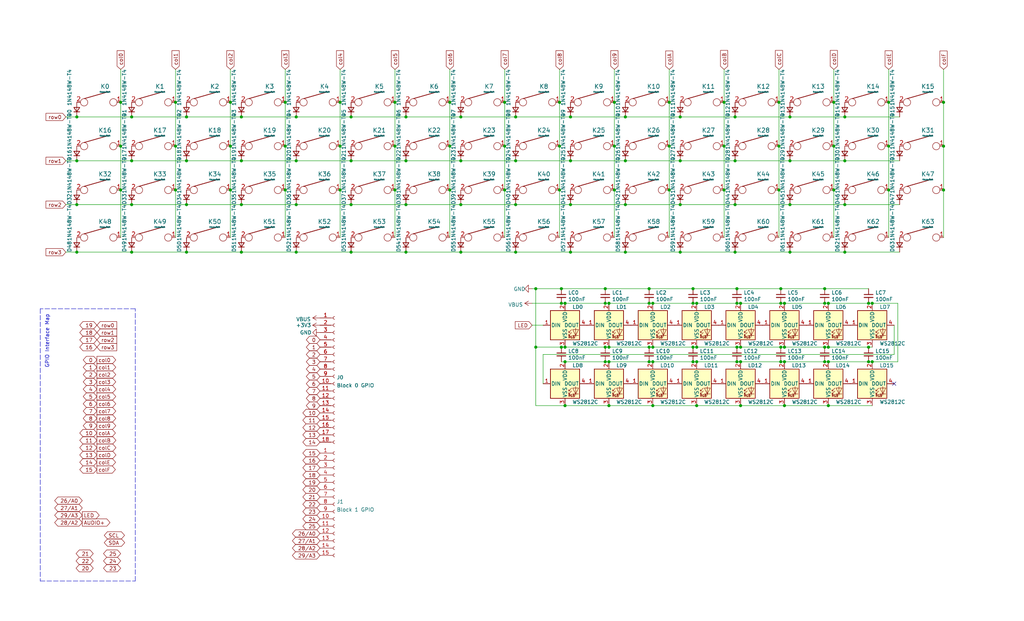
<source format=kicad_sch>
(kicad_sch (version 20211123) (generator eeschema)
  (paper "USLegal")
  (junction (at 289.56 35.56))
  (junction (at 118.11 35.56))
  (junction (at 198.12 55.88))
  (junction (at 287.655 105.41))
  (junction (at 137.16 50.8))
  (junction (at 156.21 50.8))
  (junction (at 286.385 105.41))
  (junction (at 257.175 120.65))
  (junction (at 194.31 66.04))
  (junction (at 255.27 87.63))
  (junction (at 255.27 55.88))
  (junction (at 286.385 100.33))
  (junction (at 64.77 55.88))
  (junction (at 255.27 71.12))
  (junction (at 160.02 87.63))
  (junction (at 286.385 120.65))
  (junction (at 194.945 120.65))
  (junction (at 270.51 50.8))
  (junction (at 186.055 100.33))
  (junction (at 270.51 66.04))
  (junction (at 80.01 35.56))
  (junction (at 272.415 120.65))
  (junction (at 179.07 87.63))
  (junction (at 236.22 71.12))
  (junction (at 255.905 105.41))
  (junction (at 160.02 40.64))
  (junction (at 289.56 66.04))
  (junction (at 327.66 66.04))
  (junction (at 255.905 120.65))
  (junction (at 251.46 35.56))
  (junction (at 241.935 120.65))
  (junction (at 213.36 50.8))
  (junction (at 240.665 120.65))
  (junction (at 194.945 100.33))
  (junction (at 83.82 71.12))
  (junction (at 213.36 35.56))
  (junction (at 251.46 66.04))
  (junction (at 293.37 71.12))
  (junction (at 80.01 50.8))
  (junction (at 232.41 50.8))
  (junction (at 26.67 71.12))
  (junction (at 80.01 66.04))
  (junction (at 198.12 71.12))
  (junction (at 121.92 40.64))
  (junction (at 240.665 100.33))
  (junction (at 175.26 35.56))
  (junction (at 210.185 125.73))
  (junction (at 26.67 87.63))
  (junction (at 26.67 55.88))
  (junction (at 217.17 40.64))
  (junction (at 301.625 120.65))
  (junction (at 175.26 66.04))
  (junction (at 118.11 50.8))
  (junction (at 255.27 40.64))
  (junction (at 301.625 105.41))
  (junction (at 274.32 71.12))
  (junction (at 226.695 140.97))
  (junction (at 232.41 66.04))
  (junction (at 196.215 120.65))
  (junction (at 194.31 50.8))
  (junction (at 211.455 105.41))
  (junction (at 198.12 87.63))
  (junction (at 236.22 40.64))
  (junction (at 102.87 55.88))
  (junction (at 289.56 50.8))
  (junction (at 179.07 71.12))
  (junction (at 179.07 40.64))
  (junction (at 241.935 140.97))
  (junction (at 271.145 120.65))
  (junction (at 102.87 87.63))
  (junction (at 140.97 40.64))
  (junction (at 156.21 66.04))
  (junction (at 41.91 66.04))
  (junction (at 308.61 66.04))
  (junction (at 211.455 120.65))
  (junction (at 45.72 71.12))
  (junction (at 137.16 66.04))
  (junction (at 257.175 105.41))
  (junction (at 225.425 120.65))
  (junction (at 160.02 55.88))
  (junction (at 121.92 55.88))
  (junction (at 210.185 100.33))
  (junction (at 64.77 40.64))
  (junction (at 102.87 71.12))
  (junction (at 194.31 35.56))
  (junction (at 196.215 125.73))
  (junction (at 213.36 66.04))
  (junction (at 240.665 125.73))
  (junction (at 226.695 120.65))
  (junction (at 255.905 100.33))
  (junction (at 271.145 125.73))
  (junction (at 186.055 120.65))
  (junction (at 251.46 50.8))
  (junction (at 236.22 55.88))
  (junction (at 99.06 50.8))
  (junction (at 255.905 125.73))
  (junction (at 236.22 87.63))
  (junction (at 272.415 105.41))
  (junction (at 271.145 100.33))
  (junction (at 60.96 50.8))
  (junction (at 45.72 55.88))
  (junction (at 121.92 87.63))
  (junction (at 118.11 66.04))
  (junction (at 271.145 105.41))
  (junction (at 287.655 120.65))
  (junction (at 211.455 125.73))
  (junction (at 64.77 71.12))
  (junction (at 241.935 105.41))
  (junction (at 83.82 87.63))
  (junction (at 156.21 35.56))
  (junction (at 64.77 87.63))
  (junction (at 272.415 125.73))
  (junction (at 308.61 50.8))
  (junction (at 217.17 87.63))
  (junction (at 241.935 125.73))
  (junction (at 272.415 140.97))
  (junction (at 179.07 55.88))
  (junction (at 302.895 105.41))
  (junction (at 293.37 87.63))
  (junction (at 99.06 35.56))
  (junction (at 41.91 50.8))
  (junction (at 308.61 35.56))
  (junction (at 225.425 100.33))
  (junction (at 196.215 140.97))
  (junction (at 274.32 55.88))
  (junction (at 211.455 140.97))
  (junction (at 301.625 125.73))
  (junction (at 257.175 125.73))
  (junction (at 287.655 125.73))
  (junction (at 226.695 125.73))
  (junction (at 274.32 87.63))
  (junction (at 83.82 55.88))
  (junction (at 232.41 35.56))
  (junction (at 286.385 125.73))
  (junction (at 302.895 125.73))
  (junction (at 226.695 105.41))
  (junction (at 240.665 105.41))
  (junction (at 287.655 140.97))
  (junction (at 194.945 105.41))
  (junction (at 45.72 87.63))
  (junction (at 83.82 40.64))
  (junction (at 225.425 125.73))
  (junction (at 217.17 55.88))
  (junction (at 140.97 71.12))
  (junction (at 175.26 50.8))
  (junction (at 140.97 87.63))
  (junction (at 160.02 71.12))
  (junction (at 99.06 66.04))
  (junction (at 60.96 35.56))
  (junction (at 257.175 140.97))
  (junction (at 45.72 40.64))
  (junction (at 225.425 105.41))
  (junction (at 293.37 55.88))
  (junction (at 60.96 66.04))
  (junction (at 196.215 105.41))
  (junction (at 41.91 35.56))
  (junction (at 327.66 50.8))
  (junction (at 327.66 35.56))
  (junction (at 102.87 40.64))
  (junction (at 121.92 71.12))
  (junction (at 270.51 35.56))
  (junction (at 210.185 120.65))
  (junction (at 198.12 40.64))
  (junction (at 293.37 40.64))
  (junction (at 137.16 35.56))
  (junction (at 140.97 55.88))
  (junction (at 274.32 40.64))
  (junction (at 210.185 105.41))
  (junction (at 26.67 40.64))
  (junction (at 217.17 71.12))
  (no_connect (at 310.515 133.35))
  (wire (pts (xy 80.01 50.8) (xy 80.01 66.04)))
  (wire (pts (xy 257.175 125.73) (xy 271.145 125.73)))
  (wire (pts (xy 251.46 66.04) (xy 251.46 82.55)))
  (wire (pts (xy 210.185 105.41) (xy 211.455 105.41)))
  (wire (pts (xy 64.77 71.12) (xy 83.82 71.12)))
  (wire (pts (xy 293.37 87.63) (xy 274.32 87.63)))
  (wire (pts (xy 175.26 66.04) (xy 175.26 82.55)))
  (wire (pts (xy 271.145 125.73) (xy 272.415 125.73)))
  (wire (pts (xy 327.66 66.04) (xy 327.66 82.55)))
  (wire (pts (xy 217.17 71.12) (xy 236.22 71.12)))
  (wire (pts (xy 188.595 123.19) (xy 188.595 133.35)))
  (wire (pts (xy 271.145 105.41) (xy 272.415 105.41)))
  (wire (pts (xy 156.21 35.56) (xy 156.21 50.8)))
  (wire (pts (xy 255.27 87.63) (xy 236.22 87.63)))
  (wire (pts (xy 293.37 55.88) (xy 274.32 55.88)))
  (wire (pts (xy 83.82 40.64) (xy 102.87 40.64)))
  (wire (pts (xy 255.27 40.64) (xy 274.32 40.64)))
  (wire (pts (xy 272.415 140.97) (xy 287.655 140.97)))
  (wire (pts (xy 45.72 40.64) (xy 64.77 40.64)))
  (wire (pts (xy 270.51 82.55) (xy 270.51 66.04)))
  (wire (pts (xy 213.36 50.8) (xy 213.36 66.04)))
  (wire (pts (xy 241.935 125.73) (xy 255.905 125.73)))
  (wire (pts (xy 102.87 40.64) (xy 121.92 40.64)))
  (wire (pts (xy 293.37 71.12) (xy 312.42 71.12)))
  (wire (pts (xy 232.41 35.56) (xy 232.41 50.8)))
  (wire (pts (xy 310.515 113.03) (xy 310.515 123.19)))
  (wire (pts (xy 102.87 71.12) (xy 121.92 71.12)))
  (wire (pts (xy 286.385 105.41) (xy 287.655 105.41)))
  (wire (pts (xy 302.895 105.41) (xy 311.785 105.41)))
  (wire (pts (xy 179.07 87.63) (xy 160.02 87.63)))
  (wire (pts (xy 226.695 105.41) (xy 240.665 105.41)))
  (wire (pts (xy 188.595 113.03) (xy 184.785 113.03)))
  (wire (pts (xy 140.97 87.63) (xy 121.92 87.63)))
  (wire (pts (xy 26.67 40.64) (xy 45.72 40.64)))
  (wire (pts (xy 99.06 66.04) (xy 99.06 82.55)))
  (wire (pts (xy 308.61 50.8) (xy 308.61 66.04)))
  (wire (pts (xy 274.32 87.63) (xy 255.27 87.63)))
  (wire (pts (xy 327.66 50.8) (xy 327.66 66.04)))
  (wire (pts (xy 289.56 66.04) (xy 289.56 82.55)))
  (wire (pts (xy 255.905 125.73) (xy 257.175 125.73)))
  (wire (pts (xy 140.97 40.64) (xy 160.02 40.64)))
  (wire (pts (xy 83.82 71.12) (xy 102.87 71.12)))
  (wire (pts (xy 184.785 105.41) (xy 194.945 105.41)))
  (wire (pts (xy 198.12 71.12) (xy 217.17 71.12)))
  (wire (pts (xy 236.22 71.12) (xy 255.27 71.12)))
  (wire (pts (xy 327.66 35.56) (xy 327.66 50.8)))
  (wire (pts (xy 156.21 24.13) (xy 156.21 35.56)))
  (wire (pts (xy 196.215 140.97) (xy 211.455 140.97)))
  (wire (pts (xy 241.935 120.65) (xy 255.905 120.65)))
  (wire (pts (xy 251.46 35.56) (xy 251.46 50.8)))
  (wire (pts (xy 137.16 66.04) (xy 137.16 82.55)))
  (wire (pts (xy 289.56 35.56) (xy 289.56 24.13)))
  (wire (pts (xy 286.385 120.65) (xy 287.655 120.65)))
  (wire (pts (xy 80.01 66.04) (xy 80.01 82.55)))
  (wire (pts (xy 240.665 100.33) (xy 255.905 100.33)))
  (wire (pts (xy 255.27 55.88) (xy 236.22 55.88)))
  (wire (pts (xy 22.86 87.63) (xy 26.67 87.63)))
  (wire (pts (xy 175.26 35.56) (xy 175.26 24.13)))
  (wire (pts (xy 217.17 40.64) (xy 236.22 40.64)))
  (wire (pts (xy 217.17 55.88) (xy 198.12 55.88)))
  (wire (pts (xy 236.22 87.63) (xy 217.17 87.63)))
  (wire (pts (xy 99.06 35.56) (xy 99.06 50.8)))
  (wire (pts (xy 41.91 35.56) (xy 41.91 50.8)))
  (polyline (pts (xy 46.99 107.315) (xy 13.97 107.315)))
  (wire (pts (xy 213.36 66.04) (xy 213.36 82.55)))
  (wire (pts (xy 175.26 35.56) (xy 175.26 50.8)))
  (wire (pts (xy 99.06 50.8) (xy 99.06 66.04)))
  (wire (pts (xy 232.41 50.8) (xy 232.41 66.04)))
  (wire (pts (xy 257.175 140.97) (xy 272.415 140.97)))
  (wire (pts (xy 274.32 40.64) (xy 293.37 40.64)))
  (wire (pts (xy 26.67 71.12) (xy 45.72 71.12)))
  (wire (pts (xy 272.415 125.73) (xy 286.385 125.73)))
  (wire (pts (xy 80.01 24.13) (xy 80.01 35.56)))
  (wire (pts (xy 236.22 40.64) (xy 255.27 40.64)))
  (wire (pts (xy 210.185 100.33) (xy 225.425 100.33)))
  (wire (pts (xy 118.11 66.04) (xy 118.11 82.55)))
  (wire (pts (xy 121.92 55.88) (xy 102.87 55.88)))
  (wire (pts (xy 194.31 50.8) (xy 194.31 66.04)))
  (wire (pts (xy 198.12 87.63) (xy 179.07 87.63)))
  (wire (pts (xy 226.695 140.97) (xy 241.935 140.97)))
  (wire (pts (xy 194.945 125.73) (xy 196.215 125.73)))
  (wire (pts (xy 211.455 120.65) (xy 225.425 120.65)))
  (wire (pts (xy 301.625 125.73) (xy 302.895 125.73)))
  (wire (pts (xy 270.51 24.13) (xy 270.51 35.56)))
  (wire (pts (xy 137.16 35.56) (xy 137.16 24.13)))
  (wire (pts (xy 287.655 105.41) (xy 301.625 105.41)))
  (polyline (pts (xy 13.97 201.93) (xy 46.99 201.93)))
  (wire (pts (xy 99.06 35.56) (xy 99.06 24.13)))
  (wire (pts (xy 225.425 100.33) (xy 240.665 100.33)))
  (wire (pts (xy 140.97 71.12) (xy 160.02 71.12)))
  (polyline (pts (xy 13.97 107.315) (xy 13.97 201.93)))
  (wire (pts (xy 179.07 40.64) (xy 198.12 40.64)))
  (wire (pts (xy 240.665 105.41) (xy 241.935 105.41)))
  (wire (pts (xy 198.12 55.88) (xy 179.07 55.88)))
  (wire (pts (xy 118.11 50.8) (xy 118.11 66.04)))
  (wire (pts (xy 293.37 40.64) (xy 312.42 40.64)))
  (wire (pts (xy 194.945 120.65) (xy 196.215 120.65)))
  (wire (pts (xy 271.145 100.33) (xy 286.385 100.33)))
  (wire (pts (xy 327.66 35.56) (xy 327.66 24.13)))
  (wire (pts (xy 251.46 50.8) (xy 251.46 66.04)))
  (wire (pts (xy 225.425 125.73) (xy 226.695 125.73)))
  (wire (pts (xy 160.02 40.64) (xy 179.07 40.64)))
  (wire (pts (xy 156.21 50.8) (xy 156.21 66.04)))
  (wire (pts (xy 186.055 100.33) (xy 194.945 100.33)))
  (wire (pts (xy 240.665 125.73) (xy 241.935 125.73)))
  (wire (pts (xy 286.385 125.73) (xy 287.655 125.73)))
  (wire (pts (xy 255.905 100.33) (xy 271.145 100.33)))
  (wire (pts (xy 211.455 140.97) (xy 226.695 140.97)))
  (wire (pts (xy 232.41 24.13) (xy 232.41 35.56)))
  (wire (pts (xy 83.82 55.88) (xy 64.77 55.88)))
  (wire (pts (xy 186.055 140.97) (xy 196.215 140.97)))
  (wire (pts (xy 274.32 55.88) (xy 255.27 55.88)))
  (wire (pts (xy 226.695 125.73) (xy 240.665 125.73)))
  (wire (pts (xy 287.655 120.65) (xy 301.625 120.65)))
  (wire (pts (xy 118.11 24.13) (xy 118.11 35.56)))
  (wire (pts (xy 140.97 55.88) (xy 121.92 55.88)))
  (wire (pts (xy 179.07 55.88) (xy 160.02 55.88)))
  (wire (pts (xy 194.31 35.56) (xy 194.31 50.8)))
  (wire (pts (xy 257.175 120.65) (xy 271.145 120.65)))
  (wire (pts (xy 289.56 50.8) (xy 289.56 66.04)))
  (wire (pts (xy 83.82 87.63) (xy 64.77 87.63)))
  (wire (pts (xy 156.21 66.04) (xy 156.21 82.55)))
  (wire (pts (xy 241.935 140.97) (xy 257.175 140.97)))
  (wire (pts (xy 196.215 125.73) (xy 210.185 125.73)))
  (wire (pts (xy 251.46 35.56) (xy 251.46 24.13)))
  (wire (pts (xy 301.625 105.41) (xy 302.895 105.41)))
  (wire (pts (xy 311.785 105.41) (xy 311.785 125.73)))
  (wire (pts (xy 22.86 71.12) (xy 26.67 71.12)))
  (wire (pts (xy 255.905 120.65) (xy 257.175 120.65)))
  (wire (pts (xy 232.41 66.04) (xy 232.41 82.55)))
  (wire (pts (xy 121.92 40.64) (xy 140.97 40.64)))
  (wire (pts (xy 102.87 55.88) (xy 83.82 55.88)))
  (wire (pts (xy 194.945 100.33) (xy 210.185 100.33)))
  (wire (pts (xy 184.785 100.33) (xy 186.055 100.33)))
  (wire (pts (xy 160.02 87.63) (xy 140.97 87.63)))
  (wire (pts (xy 60.96 66.04) (xy 60.96 82.55)))
  (wire (pts (xy 186.055 100.33) (xy 186.055 120.65)))
  (wire (pts (xy 211.455 125.73) (xy 225.425 125.73)))
  (wire (pts (xy 310.515 123.19) (xy 188.595 123.19)))
  (wire (pts (xy 226.695 120.65) (xy 240.665 120.65)))
  (wire (pts (xy 274.32 71.12) (xy 293.37 71.12)))
  (wire (pts (xy 255.27 71.12) (xy 274.32 71.12)))
  (wire (pts (xy 271.145 120.65) (xy 272.415 120.65)))
  (wire (pts (xy 272.415 105.41) (xy 286.385 105.41)))
  (wire (pts (xy 64.77 55.88) (xy 45.72 55.88)))
  (wire (pts (xy 308.61 24.13) (xy 308.61 35.56)))
  (wire (pts (xy 286.385 100.33) (xy 301.625 100.33)))
  (wire (pts (xy 80.01 35.56) (xy 80.01 50.8)))
  (wire (pts (xy 64.77 87.63) (xy 45.72 87.63)))
  (wire (pts (xy 236.22 55.88) (xy 217.17 55.88)))
  (polyline (pts (xy 46.99 201.93) (xy 46.99 107.315)))
  (wire (pts (xy 311.785 125.73) (xy 302.895 125.73)))
  (wire (pts (xy 270.51 66.04) (xy 270.51 50.8)))
  (wire (pts (xy 175.26 50.8) (xy 175.26 66.04)))
  (wire (pts (xy 225.425 105.41) (xy 226.695 105.41)))
  (wire (pts (xy 210.185 125.73) (xy 211.455 125.73)))
  (wire (pts (xy 287.655 125.73) (xy 301.625 125.73)))
  (wire (pts (xy 255.905 105.41) (xy 257.175 105.41)))
  (wire (pts (xy 308.61 66.04) (xy 308.61 82.55)))
  (wire (pts (xy 102.87 87.63) (xy 83.82 87.63)))
  (wire (pts (xy 225.425 120.65) (xy 226.695 120.65)))
  (wire (pts (xy 213.36 35.56) (xy 213.36 24.13)))
  (wire (pts (xy 45.72 87.63) (xy 26.67 87.63)))
  (wire (pts (xy 210.185 120.65) (xy 211.455 120.65)))
  (wire (pts (xy 194.31 66.04) (xy 194.31 82.55)))
  (wire (pts (xy 41.91 66.04) (xy 41.91 82.55)))
  (wire (pts (xy 211.455 105.41) (xy 225.425 105.41)))
  (wire (pts (xy 194.945 105.41) (xy 196.215 105.41)))
  (wire (pts (xy 257.175 105.41) (xy 271.145 105.41)))
  (wire (pts (xy 289.56 35.56) (xy 289.56 50.8)))
  (wire (pts (xy 64.77 40.64) (xy 83.82 40.64)))
  (wire (pts (xy 308.61 35.56) (xy 308.61 50.8)))
  (wire (pts (xy 45.72 55.88) (xy 26.67 55.88)))
  (wire (pts (xy 196.215 105.41) (xy 210.185 105.41)))
  (wire (pts (xy 270.51 50.8) (xy 270.51 35.56)))
  (wire (pts (xy 312.42 55.88) (xy 293.37 55.88)))
  (wire (pts (xy 312.42 87.63) (xy 293.37 87.63)))
  (wire (pts (xy 45.72 71.12) (xy 64.77 71.12)))
  (wire (pts (xy 41.91 50.8) (xy 41.91 66.04)))
  (wire (pts (xy 121.92 71.12) (xy 140.97 71.12)))
  (wire (pts (xy 287.655 140.97) (xy 302.895 140.97)))
  (wire (pts (xy 137.16 35.56) (xy 137.16 50.8)))
  (wire (pts (xy 160.02 71.12) (xy 179.07 71.12)))
  (wire (pts (xy 118.11 35.56) (xy 118.11 50.8)))
  (wire (pts (xy 160.02 55.88) (xy 140.97 55.88)))
  (wire (pts (xy 22.86 55.88) (xy 26.67 55.88)))
  (wire (pts (xy 60.96 35.56) (xy 60.96 50.8)))
  (wire (pts (xy 137.16 50.8) (xy 137.16 66.04)))
  (wire (pts (xy 186.055 120.65) (xy 186.055 140.97)))
  (wire (pts (xy 213.36 35.56) (xy 213.36 50.8)))
  (wire (pts (xy 41.91 35.56) (xy 41.91 24.13)))
  (wire (pts (xy 186.055 120.65) (xy 194.945 120.65)))
  (wire (pts (xy 60.96 24.13) (xy 60.96 35.56)))
  (wire (pts (xy 272.415 120.65) (xy 286.385 120.65)))
  (wire (pts (xy 217.17 87.63) (xy 198.12 87.63)))
  (wire (pts (xy 196.215 120.65) (xy 210.185 120.65)))
  (wire (pts (xy 22.86 40.64) (xy 26.67 40.64)))
  (wire (pts (xy 198.12 40.64) (xy 217.17 40.64)))
  (wire (pts (xy 241.935 105.41) (xy 255.905 105.41)))
  (wire (pts (xy 194.31 24.13) (xy 194.31 35.56)))
  (wire (pts (xy 179.07 71.12) (xy 198.12 71.12)))
  (wire (pts (xy 60.96 50.8) (xy 60.96 66.04)))
  (wire (pts (xy 301.625 120.65) (xy 302.895 120.65)))
  (wire (pts (xy 121.92 87.63) (xy 102.87 87.63)))
  (wire (pts (xy 240.665 120.65) (xy 241.935 120.65)))
  (text "GPIO Interface Map" (at 17.145 109.22 270) (effects (font (size 1.27 1.27)) (justify right bottom)))
  (global_label "14" (shape bidirectional) (at 111.125 153.67 180) (property "Intersheet References" "${INTERSHEET_REFS}" (effects hide)))
  (global_label "4" (shape bidirectional) (at 33.655 135.255 180) (property "Intersheet References" "${INTERSHEET_REFS}" (effects hide)))
  (global_label "row2" (shape input) (at 33.655 118.11 0) (property "Intersheet References" "${INTERSHEET_REFS}" (effects hide)))
  (global_label "2" (shape bidirectional) (at 33.655 130.175 180) (property "Intersheet References" "${INTERSHEET_REFS}" (effects hide)))
  (global_label "16" (shape bidirectional) (at 111.125 160.02 180) (property "Intersheet References" "${INTERSHEET_REFS}" (effects hide)))
  (global_label "colF" (shape output) (at 33.655 163.195 0) (property "Intersheet References" "${INTERSHEET_REFS}" (effects hide)))
  (global_label "col0" (shape input) (at 41.91 24.13 90) (property "Intersheet References" "${INTERSHEET_REFS}" (effects hide)))
  (global_label "3" (shape bidirectional) (at 111.125 125.73 180) (property "Intersheet References" "${INTERSHEET_REFS}" (effects hide)))
  (global_label "3" (shape bidirectional) (at 33.655 132.715 180) (property "Intersheet References" "${INTERSHEET_REFS}" (effects hide)))
  (global_label "5" (shape bidirectional) (at 33.655 137.795 180) (property "Intersheet References" "${INTERSHEET_REFS}" (effects hide)))
  (global_label "18" (shape bidirectional) (at 33.655 115.57 180) (property "Intersheet References" "${INTERSHEET_REFS}" (effects hide)))
  (global_label "12" (shape bidirectional) (at 33.655 155.575 180) (property "Intersheet References" "${INTERSHEET_REFS}" (effects hide)))
  (global_label "28{slash}A2" (shape bidirectional) (at 111.125 190.5 180) (property "Intersheet References" "${INTERSHEET_REFS}" (effects hide)))
  (global_label "7" (shape bidirectional) (at 111.125 135.89 180) (property "Intersheet References" "${INTERSHEET_REFS}" (effects hide)))
  (global_label "9" (shape bidirectional) (at 111.125 140.97 180) (property "Intersheet References" "${INTERSHEET_REFS}" (effects hide)))
  (global_label "col9" (shape input) (at 213.36 24.13 90) (property "Intersheet References" "${INTERSHEET_REFS}" (effects hide)))
  (global_label "12" (shape bidirectional) (at 111.125 148.59 180) (property "Intersheet References" "${INTERSHEET_REFS}" (effects hide)))
  (global_label "colA" (shape input) (at 232.41 24.13 90) (property "Intersheet References" "${INTERSHEET_REFS}" (effects hide)))
  (global_label "row3" (shape input) (at 33.655 120.65 0) (property "Intersheet References" "${INTERSHEET_REFS}" (effects hide)))
  (global_label "4" (shape bidirectional) (at 111.125 128.27 180) (property "Intersheet References" "${INTERSHEET_REFS}" (effects hide)))
  (global_label "23" (shape bidirectional) (at 41.91 197.485 180) (property "Intersheet References" "${INTERSHEET_REFS}" (effects hide)))
  (global_label "SDA" (shape bidirectional) (at 36.195 188.595 0) (property "Intersheet References" "${INTERSHEET_REFS}" (effects hide)))
  (global_label "colE" (shape input) (at 308.61 24.13 90) (property "Intersheet References" "${INTERSHEET_REFS}" (effects hide)))
  (global_label "LED" (shape input) (at 184.785 113.03 180) (property "Intersheet References" "${INTERSHEET_REFS}" (effects hide)))
  (global_label "colC" (shape output) (at 33.655 155.575 0) (property "Intersheet References" "${INTERSHEET_REFS}" (effects hide)))
  (global_label "26{slash}A0" (shape bidirectional) (at 111.125 185.42 180) (property "Intersheet References" "${INTERSHEET_REFS}" (effects hide)))
  (global_label "colB" (shape output) (at 33.655 153.035 0) (property "Intersheet References" "${INTERSHEET_REFS}" (effects hide)))
  (global_label "col7" (shape output) (at 33.655 142.875 0) (property "Intersheet References" "${INTERSHEET_REFS}" (effects hide)))
  (global_label "15" (shape bidirectional) (at 111.125 157.48 180) (property "Intersheet References" "${INTERSHEET_REFS}" (effects hide)))
  (global_label "colE" (shape output) (at 33.655 160.655 0) (property "Intersheet References" "${INTERSHEET_REFS}" (effects hide)))
  (global_label "10" (shape bidirectional) (at 33.655 150.495 180) (property "Intersheet References" "${INTERSHEET_REFS}" (effects hide)))
  (global_label "colF" (shape input) (at 327.66 24.13 90) (property "Intersheet References" "${INTERSHEET_REFS}" (effects hide)))
  (global_label "21" (shape bidirectional) (at 32.385 192.405 180) (property "Intersheet References" "${INTERSHEET_REFS}" (effects hide)))
  (global_label "16" (shape bidirectional) (at 33.655 120.65 180) (property "Intersheet References" "${INTERSHEET_REFS}" (effects hide)))
  (global_label "6" (shape bidirectional) (at 111.125 133.35 180) (property "Intersheet References" "${INTERSHEET_REFS}" (effects hide)))
  (global_label "1" (shape bidirectional) (at 33.655 127.635 180) (property "Intersheet References" "${INTERSHEET_REFS}" (effects hide)))
  (global_label "AUDIO+" (shape output) (at 28.575 181.61 0) (property "Intersheet References" "${INTERSHEET_REFS}" (effects hide)))
  (global_label "13" (shape bidirectional) (at 33.655 158.115 180) (property "Intersheet References" "${INTERSHEET_REFS}" (effects hide)))
  (global_label "row3" (shape input) (at 22.86 87.63 180) (property "Intersheet References" "${INTERSHEET_REFS}" (effects hide)))
  (global_label "29{slash}A3" (shape bidirectional) (at 111.125 193.04 180) (property "Intersheet References" "${INTERSHEET_REFS}" (effects hide)))
  (global_label "17" (shape bidirectional) (at 33.655 118.11 180) (property "Intersheet References" "${INTERSHEET_REFS}" (effects hide)))
  (global_label "9" (shape bidirectional) (at 33.655 147.955 180) (property "Intersheet References" "${INTERSHEET_REFS}" (effects hide)))
  (global_label "17" (shape bidirectional) (at 111.125 162.56 180) (property "Intersheet References" "${INTERSHEET_REFS}" (effects hide)))
  (global_label "24" (shape bidirectional) (at 111.125 180.34 180) (property "Intersheet References" "${INTERSHEET_REFS}" (effects hide)))
  (global_label "22" (shape bidirectional) (at 32.385 194.945 180) (property "Intersheet References" "${INTERSHEET_REFS}" (effects hide)))
  (global_label "20" (shape bidirectional) (at 32.385 197.485 180) (property "Intersheet References" "${INTERSHEET_REFS}" (effects hide)))
  (global_label "col6" (shape output) (at 33.655 140.335 0) (property "Intersheet References" "${INTERSHEET_REFS}" (effects hide)))
  (global_label "2" (shape bidirectional) (at 111.125 123.19 180) (property "Intersheet References" "${INTERSHEET_REFS}" (effects hide)))
  (global_label "20" (shape bidirectional) (at 111.125 170.18 180) (property "Intersheet References" "${INTERSHEET_REFS}" (effects hide)))
  (global_label "col2" (shape output) (at 33.655 130.175 0) (property "Intersheet References" "${INTERSHEET_REFS}" (effects hide)))
  (global_label "0" (shape bidirectional) (at 33.655 125.095 180) (property "Intersheet References" "${INTERSHEET_REFS}" (effects hide)))
  (global_label "col9" (shape output) (at 33.655 147.955 0) (property "Intersheet References" "${INTERSHEET_REFS}" (effects hide)))
  (global_label "row1" (shape input) (at 22.86 55.88 180) (property "Intersheet References" "${INTERSHEET_REFS}" (effects hide)))
  (global_label "col3" (shape output) (at 33.655 132.715 0) (property "Intersheet References" "${INTERSHEET_REFS}" (effects hide)))
  (global_label "colD" (shape input) (at 289.56 24.13 90) (property "Intersheet References" "${INTERSHEET_REFS}" (effects hide)))
  (global_label "col5" (shape output) (at 33.655 137.795 0) (property "Intersheet References" "${INTERSHEET_REFS}" (effects hide)))
  (global_label "25" (shape bidirectional) (at 41.91 192.405 180) (property "Intersheet References" "${INTERSHEET_REFS}" (effects hide)))
  (global_label "7" (shape bidirectional) (at 33.655 142.875 180) (property "Intersheet References" "${INTERSHEET_REFS}" (effects hide)))
  (global_label "19" (shape bidirectional) (at 111.125 167.64 180) (property "Intersheet References" "${INTERSHEET_REFS}" (effects hide)))
  (global_label "LED" (shape output) (at 28.575 179.07 0) (property "Intersheet References" "${INTERSHEET_REFS}" (effects hide)))
  (global_label "21" (shape bidirectional) (at 111.125 172.72 180) (property "Intersheet References" "${INTERSHEET_REFS}" (effects hide)))
  (global_label "27{slash}A1" (shape bidirectional) (at 28.575 176.53 180) (property "Intersheet References" "${INTERSHEET_REFS}" (effects hide)))
  (global_label "6" (shape bidirectional) (at 33.655 140.335 180) (property "Intersheet References" "${INTERSHEET_REFS}" (effects hide)))
  (global_label "colD" (shape output) (at 33.655 158.115 0) (property "Intersheet References" "${INTERSHEET_REFS}" (effects hide)))
  (global_label "col3" (shape input) (at 99.06 24.13 90) (property "Intersheet References" "${INTERSHEET_REFS}" (effects hide)))
  (global_label "col5" (shape input) (at 137.16 24.13 90) (property "Intersheet References" "${INTERSHEET_REFS}" (effects hide)))
  (global_label "0" (shape bidirectional) (at 111.125 118.11 180) (property "Intersheet References" "${INTERSHEET_REFS}" (effects hide)))
  (global_label "row2" (shape input) (at 22.86 71.12 180) (property "Intersheet References" "${INTERSHEET_REFS}" (effects hide)))
  (global_label "19" (shape bidirectional) (at 33.655 113.03 180) (property "Intersheet References" "${INTERSHEET_REFS}" (effects hide)))
  (global_label "25" (shape bidirectional) (at 111.125 182.88 180) (property "Intersheet References" "${INTERSHEET_REFS}" (effects hide)))
  (global_label "15" (shape bidirectional) (at 33.655 163.195 180) (property "Intersheet References" "${INTERSHEET_REFS}" (effects hide)))
  (global_label "13" (shape bidirectional) (at 111.125 151.13 180) (property "Intersheet References" "${INTERSHEET_REFS}" (effects hide)))
  (global_label "col8" (shape output) (at 33.655 145.415 0) (property "Intersheet References" "${INTERSHEET_REFS}" (effects hide)))
  (global_label "24" (shape bidirectional) (at 41.91 194.945 180) (property "Intersheet References" "${INTERSHEET_REFS}" (effects hide)))
  (global_label "colB" (shape input) (at 251.46 24.13 90) (property "Intersheet References" "${INTERSHEET_REFS}" (effects hide)))
  (global_label "29{slash}A3" (shape bidirectional) (at 28.575 179.07 180) (property "Intersheet References" "${INTERSHEET_REFS}" (effects hide)))
  (global_label "col1" (shape input) (at 60.96 24.13 90) (property "Intersheet References" "${INTERSHEET_REFS}" (effects hide)))
  (global_label "col0" (shape output) (at 33.655 125.095 0) (property "Intersheet References" "${INTERSHEET_REFS}" (effects hide)))
  (global_label "11" (shape bidirectional) (at 33.655 153.035 180) (property "Intersheet References" "${INTERSHEET_REFS}" (effects hide)))
  (global_label "colA" (shape output) (at 33.655 150.495 0) (property "Intersheet References" "${INTERSHEET_REFS}" (effects hide)))
  (global_label "5" (shape bidirectional) (at 111.125 130.81 180) (property "Intersheet References" "${INTERSHEET_REFS}" (effects hide)))
  (global_label "col1" (shape output) (at 33.655 127.635 0) (property "Intersheet References" "${INTERSHEET_REFS}" (effects hide)))
  (global_label "col4" (shape input) (at 118.11 24.13 90) (property "Intersheet References" "${INTERSHEET_REFS}" (effects hide)))
  (global_label "colC" (shape input) (at 270.51 24.13 90) (property "Intersheet References" "${INTERSHEET_REFS}" (effects hide)))
  (global_label "SCL" (shape bidirectional) (at 36.195 186.055 0) (property "Intersheet References" "${INTERSHEET_REFS}" (effects hide)))
  (global_label "col7" (shape input) (at 175.26 24.13 90) (property "Intersheet References" "${INTERSHEET_REFS}" (effects hide)))
  (global_label "18" (shape bidirectional) (at 111.125 165.1 180) (property "Intersheet References" "${INTERSHEET_REFS}" (effects hide)))
  (global_label "27{slash}A1" (shape bidirectional) (at 111.125 187.96 180) (property "Intersheet References" "${INTERSHEET_REFS}" (effects hide)))
  (global_label "col2" (shape input) (at 80.01 24.13 90) (property "Intersheet References" "${INTERSHEET_REFS}" (effects hide)))
  (global_label "row0" (shape input) (at 22.86 40.64 180) (property "Intersheet References" "${INTERSHEET_REFS}" (effects hide)))
  (global_label "8" (shape bidirectional) (at 111.125 138.43 180) (property "Intersheet References" "${INTERSHEET_REFS}" (effects hide)))
  (global_label "28{slash}A2" (shape bidirectional) (at 28.575 181.61 180) (property "Intersheet References" "${INTERSHEET_REFS}" (effects hide)))
  (global_label "23" (shape bidirectional) (at 111.125 177.8 180) (property "Intersheet References" "${INTERSHEET_REFS}" (effects hide)))
  (global_label "10" (shape bidirectional) (at 111.125 143.51 180) (property "Intersheet References" "${INTERSHEET_REFS}" (effects hide)))
  (global_label "14" (shape bidirectional) (at 33.655 160.655 180) (property "Intersheet References" "${INTERSHEET_REFS}" (effects hide)))
  (global_label "11" (shape bidirectional) (at 111.125 146.05 180) (property "Intersheet References" "${INTERSHEET_REFS}" (effects hide)))
  (global_label "1" (shape bidirectional) (at 111.125 120.65 180) (property "Intersheet References" "${INTERSHEET_REFS}" (effects hide)))
  (global_label "col6" (shape input) (at 156.21 24.13 90) (property "Intersheet References" "${INTERSHEET_REFS}" (effects hide)))
  (global_label "22" (shape bidirectional) (at 111.125 175.26 180) (property "Intersheet References" "${INTERSHEET_REFS}" (effects hide)))
  (global_label "26{slash}A0" (shape bidirectional) (at 28.575 173.99 180) (property "Intersheet References" "${INTERSHEET_REFS}" (effects hide)))
  (global_label "col8" (shape input) (at 194.31 24.13 90) (property "Intersheet References" "${INTERSHEET_REFS}" (effects hide)))
  (global_label "col4" (shape output) (at 33.655 135.255 0) (property "Intersheet References" "${INTERSHEET_REFS}" (effects hide)))
  (global_label "8" (shape bidirectional) (at 33.655 145.415 180) (property "Intersheet References" "${INTERSHEET_REFS}" (effects hide)))
  (global_label "row0" (shape input) (at 33.655 113.03 0) (property "Intersheet References" "${INTERSHEET_REFS}" (effects hide)))
  (global_label "row1" (shape input) (at 33.655 115.57 0) (property "Intersheet References" "${INTERSHEET_REFS}" (effects hide)))
  (symbol (lib_id "EDI:WS2812B-THT") (at 287.655 113.03 0) (unit 1)
    (property "Reference" "LD6" (at 290.195 106.68 0) (effects (justify left)))
    (property "Value" "WS2812C" (at 290.195 119.38 0) (effects (justify left)))
    (property "Footprint" "LED_THT:LED_D5.0mm-4_RGB" (effects hide))
    (property "Datasheet" "https://cdn-shop.adafruit.com/datasheets/WS2812B.pdf" (effects hide))
    (property "LCSC" "C965556" (effects hide))
  )
  (symbol (lib_id "HL-Mk2-rescue:KEYSW-keyboard_parts") (at 262.89 35.56 0) (unit 1)
    (property "Reference" "K12" (at 265.0744 30.0482 0) (effects (font (size 1.524 1.524))))
    (property "Value" "Keyswitch" (at 265.0744 31.9278 0) (effects (font (size 0.508 0.508))))
    (property "Footprint" "EDI:SW_PG1350" (effects hide))
  )
  (symbol (lib_id "Device:D_Small") (at 198.12 53.34 270) (mirror x) (unit 1)
    (property "Reference" "D25" (at 195.58 55.88 0) (effects (justify left)))
    (property "Value" "1N4148W-T4" (at 195.58 52.07 0) (effects (justify left)))
    (property "Footprint" "EDI:1N4148" (effects hide))
    (property "LCSC" "C68948" (effects hide))
  )
  (symbol (lib_id "HL-Mk2-rescue:KEYSW-keyboard_parts") (at 167.64 82.55 0) (unit 1)
    (property "Reference" "K55" (at 169.8244 77.0382 0) (effects (font (size 1.524 1.524))))
    (property "Value" "Keyswitch" (at 169.8244 78.9178 0) (effects (font (size 0.508 0.508))))
    (property "Footprint" "EDI:SW_PG1350" (effects hide))
  )
  (symbol (lib_id "power:+3V3") (at 111.125 113.03 90) (unit 1)
    (property "Reference" "#PWR0104" (effects hide))
    (property "Value" "+3V3" (at 105.41 113.03 90))
  )
  (symbol (lib_id "EDI:WS2812B-THT") (at 302.895 113.03 0) (unit 1)
    (property "Reference" "LD7" (at 305.435 106.68 0) (effects (justify left)))
    (property "Value" "WS2812C" (at 305.435 119.38 0) (effects (justify left)))
    (property "Footprint" "LED_THT:LED_D5.0mm-4_RGB" (effects hide))
    (property "Datasheet" "https://cdn-shop.adafruit.com/datasheets/WS2812B.pdf" (effects hide))
    (property "LCSC" "C965556" (effects hide))
  )
  (symbol (lib_id "HL-Mk2-rescue:KEYSW-keyboard_parts") (at 148.59 35.56 0) (unit 1)
    (property "Reference" "K6" (at 150.7744 30.0482 0) (effects (font (size 1.524 1.524))))
    (property "Value" "Keyswitch" (at 150.7744 31.9278 0) (effects (font (size 0.508 0.508))))
    (property "Footprint" "EDI:SW_PG1350" (effects hide))
  )
  (symbol (lib_id "Device:D_Small") (at 160.02 85.09 270) (mirror x) (unit 1)
    (property "Reference" "D55" (at 157.48 87.63 0) (effects (justify left)))
    (property "Value" "1N4148W-T4" (at 157.48 83.82 0) (effects (justify left)))
    (property "Footprint" "EDI:1N4148" (effects hide))
    (property "LCSC" "C68948" (effects hide))
  )
  (symbol (lib_id "Device:D_Small") (at 293.37 68.58 270) (mirror x) (unit 1)
    (property "Reference" "D46" (at 290.83 71.12 0) (effects (justify left)))
    (property "Value" "1N4148W-T4" (at 290.83 67.31 0) (effects (justify left)))
    (property "Footprint" "EDI:1N4148" (effects hide))
    (property "LCSC" "C68948" (effects hide))
  )
  (symbol (lib_id "Device:C_Small") (at 194.945 123.19 0) (unit 1)
    (property "Reference" "LC8" (at 197.2818 122.0216 0) (effects (justify left)))
    (property "Value" "100nF" (at 197.2818 124.333 0) (effects (justify left)))
    (property "Footprint" "Capacitor_THT:C_Axial_L3.8mm_D2.6mm_P7.50mm_Horizontal" (effects hide))
    (property "LCSC" "C307331" (effects hide))
  )
  (symbol (lib_id "HL-Mk2-rescue:KEYSW-keyboard_parts") (at 205.74 35.56 0) (unit 1)
    (property "Reference" "K9" (at 207.9244 30.0482 0) (effects (font (size 1.524 1.524))))
    (property "Value" "Keyswitch" (at 207.9244 31.9278 0) (effects (font (size 0.508 0.508))))
    (property "Footprint" "EDI:SW_PG1350" (effects hide))
  )
  (symbol (lib_id "Device:D_Small") (at 160.02 53.34 270) (mirror x) (unit 1)
    (property "Reference" "D23" (at 157.48 55.88 0) (effects (justify left)))
    (property "Value" "1N4148W-T4" (at 157.48 52.07 0) (effects (justify left)))
    (property "Footprint" "EDI:1N4148" (effects hide))
    (property "LCSC" "C68948" (effects hide))
  )
  (symbol (lib_id "HL-Mk2-rescue:KEYSW-keyboard_parts") (at 186.69 82.55 0) (unit 1)
    (property "Reference" "K56" (at 188.8744 77.0382 0) (effects (font (size 1.524 1.524))))
    (property "Value" "Keyswitch" (at 188.8744 78.9178 0) (effects (font (size 0.508 0.508))))
    (property "Footprint" "EDI:SW_PG1350" (effects hide))
  )
  (symbol (lib_id "HL-Mk2-rescue:KEYSW-keyboard_parts") (at 205.74 50.8 0) (unit 1)
    (property "Reference" "K25" (at 207.9244 45.2882 0) (effects (font (size 1.524 1.524))))
    (property "Value" "Keyswitch" (at 207.9244 47.1678 0) (effects (font (size 0.508 0.508))))
    (property "Footprint" "EDI:SW_PG1350" (effects hide))
  )
  (symbol (lib_id "HL-Mk2-rescue:KEYSW-keyboard_parts") (at 186.69 66.04 0) (unit 1)
    (property "Reference" "K40" (at 188.8744 60.5282 0) (effects (font (size 1.524 1.524))))
    (property "Value" "Keyswitch" (at 188.8744 62.4078 0) (effects (font (size 0.508 0.508))))
    (property "Footprint" "EDI:SW_PG1350" (effects hide))
  )
  (symbol (lib_id "HL-Mk2-rescue:KEYSW-keyboard_parts") (at 320.04 50.8 0) (unit 1)
    (property "Reference" "K31" (at 322.2244 45.2882 0) (effects (font (size 1.524 1.524))))
    (property "Value" "Keyswitch" (at 322.2244 47.1678 0) (effects (font (size 0.508 0.508))))
    (property "Footprint" "EDI:SW_PG1350" (effects hide))
  )
  (symbol (lib_id "Device:D_Small") (at 45.72 85.09 270) (mirror x) (unit 1)
    (property "Reference" "D49" (at 43.18 87.63 0) (effects (justify left)))
    (property "Value" "1N4148W-T4" (at 43.18 83.82 0) (effects (justify left)))
    (property "Footprint" "EDI:1N4148" (effects hide))
    (property "LCSC" "C68948" (effects hide))
  )
  (symbol (lib_id "HL-Mk2-rescue:KEYSW-keyboard_parts") (at 34.29 66.04 0) (unit 1)
    (property "Reference" "K32" (at 36.4744 60.5282 0) (effects (font (size 1.524 1.524))))
    (property "Value" "Keyswitch" (at 36.4744 62.4078 0) (effects (font (size 0.508 0.508))))
    (property "Footprint" "EDI:SW_PG1350" (effects hide))
  )
  (symbol (lib_name "GND_1") (lib_id "power:GND") (at 111.125 115.57 270) (unit 1)
    (property "Reference" "#PWR0103" (effects hide))
    (property "Value" "GND" (at 104.14 115.57 90) (effects (justify left)))
  )
  (symbol (lib_id "Device:D_Small") (at 198.12 68.58 270) (mirror x) (unit 1)
    (property "Reference" "D41" (at 195.58 71.12 0) (effects (justify left)))
    (property "Value" "1N4148W-T4" (at 195.58 67.31 0) (effects (justify left)))
    (property "Footprint" "EDI:1N4148" (effects hide))
    (property "LCSC" "C68948" (effects hide))
  )
  (symbol (lib_id "HL-Mk2-rescue:KEYSW-keyboard_parts") (at 281.94 50.8 0) (unit 1)
    (property "Reference" "K29" (at 284.1244 45.2882 0) (effects (font (size 1.524 1.524))))
    (property "Value" "Keyswitch" (at 284.1244 47.1678 0) (effects (font (size 0.508 0.508))))
    (property "Footprint" "EDI:SW_PG1350" (effects hide))
  )
  (symbol (lib_id "HL-Mk2-rescue:KEYSW-keyboard_parts") (at 300.99 66.04 0) (unit 1)
    (property "Reference" "K46" (at 303.1744 60.5282 0) (effects (font (size 1.524 1.524))))
    (property "Value" "Keyswitch" (at 303.1744 62.4078 0) (effects (font (size 0.508 0.508))))
    (property "Footprint" "EDI:SW_PG1350" (effects hide))
  )
  (symbol (lib_id "Device:D_Small") (at 140.97 68.58 270) (mirror x) (unit 1)
    (property "Reference" "D38" (at 138.43 71.12 0) (effects (justify left)))
    (property "Value" "1N4148W-T4" (at 138.43 67.31 0) (effects (justify left)))
    (property "Footprint" "EDI:1N4148" (effects hide))
    (property "LCSC" "C68948" (effects hide))
  )
  (symbol (lib_id "Device:D_Small") (at 179.07 38.1 270) (mirror x) (unit 1)
    (property "Reference" "D8" (at 176.53 40.64 0) (effects (justify left)))
    (property "Value" "1N4148W-T4" (at 176.53 36.83 0) (effects (justify left)))
    (property "Footprint" "EDI:1N4148" (effects hide))
    (property "LCSC" "C68948" (effects hide))
  )
  (symbol (lib_id "Device:C_Small") (at 194.945 102.87 0) (unit 1)
    (property "Reference" "LC0" (at 197.2818 101.7016 0) (effects (justify left)))
    (property "Value" "100nF" (at 197.2818 104.013 0) (effects (justify left)))
    (property "Footprint" "Capacitor_THT:C_Axial_L3.8mm_D2.6mm_P7.50mm_Horizontal" (effects hide))
    (property "LCSC" "C307331" (effects hide))
  )
  (symbol (lib_id "HL-Mk2-rescue:KEYSW-keyboard_parts") (at 186.69 50.8 0) (unit 1)
    (property "Reference" "K24" (at 188.8744 45.2882 0) (effects (font (size 1.524 1.524))))
    (property "Value" "Keyswitch" (at 188.8744 47.1678 0) (effects (font (size 0.508 0.508))))
    (property "Footprint" "EDI:SW_PG1350" (effects hide))
  )
  (symbol (lib_id "HL-Mk2-rescue:KEYSW-keyboard_parts") (at 34.29 82.55 0) (unit 1)
    (property "Reference" "K48" (at 36.4744 77.0382 0) (effects (font (size 1.524 1.524))))
    (property "Value" "Keyswitch" (at 36.4744 78.9178 0) (effects (font (size 0.508 0.508))))
    (property "Footprint" "EDI:SW_PG1350" (effects hide))
  )
  (symbol (lib_id "Device:D_Small") (at 293.37 38.1 270) (mirror x) (unit 1)
    (property "Reference" "D14" (at 290.83 40.64 0) (effects (justify left)))
    (property "Value" "1N4148W-T4" (at 290.83 36.83 0) (effects (justify left)))
    (property "Footprint" "EDI:1N4148" (effects hide))
    (property "LCSC" "C68948" (effects hide))
  )
  (symbol (lib_id "HL-Mk2-rescue:KEYSW-keyboard_parts") (at 320.04 35.56 0) (unit 1)
    (property "Reference" "K15" (at 322.2244 30.0482 0) (effects (font (size 1.524 1.524))))
    (property "Value" "Keyswitch" (at 322.2244 31.9278 0) (effects (font (size 0.508 0.508))))
    (property "Footprint" "EDI:SW_PG1350" (effects hide))
  )
  (symbol (lib_id "HL-Mk2-rescue:KEYSW-keyboard_parts") (at 148.59 82.55 0) (unit 1)
    (property "Reference" "K54" (at 150.7744 77.0382 0) (effects (font (size 1.524 1.524))))
    (property "Value" "Keyswitch" (at 150.7744 78.9178 0) (effects (font (size 0.508 0.508))))
    (property "Footprint" "EDI:SW_PG1350" (effects hide))
  )
  (symbol (lib_id "HL-Mk2-rescue:KEYSW-keyboard_parts") (at 300.99 82.55 0) (unit 1)
    (property "Reference" "K62" (at 303.1744 77.0382 0) (effects (font (size 1.524 1.524))))
    (property "Value" "Keyswitch" (at 303.1744 78.9178 0) (effects (font (size 0.508 0.508))))
    (property "Footprint" "EDI:SW_PG1350" (effects hide))
  )
  (symbol (lib_id "HL-Mk2-rescue:KEYSW-keyboard_parts") (at 72.39 82.55 0) (unit 1)
    (property "Reference" "K50" (at 74.5744 77.0382 0) (effects (font (size 1.524 1.524))))
    (property "Value" "Keyswitch" (at 74.5744 78.9178 0) (effects (font (size 0.508 0.508))))
    (property "Footprint" "EDI:SW_PG1350" (effects hide))
  )
  (symbol (lib_id "Device:D_Small") (at 293.37 85.09 270) (mirror x) (unit 1)
    (property "Reference" "D62" (at 290.83 87.63 0) (effects (justify left)))
    (property "Value" "1N4148W-T4" (at 290.83 83.82 0) (effects (justify left)))
    (property "Footprint" "EDI:1N4148" (effects hide))
    (property "LCSC" "C68948" (effects hide))
  )
  (symbol (lib_id "HL-Mk2-rescue:KEYSW-keyboard_parts") (at 167.64 35.56 0) (unit 1)
    (property "Reference" "K7" (at 169.8244 30.0482 0) (effects (font (size 1.524 1.524))))
    (property "Value" "Keyswitch" (at 169.8244 31.9278 0) (effects (font (size 0.508 0.508))))
    (property "Footprint" "EDI:SW_PG1350" (effects hide))
  )
  (symbol (lib_id "Device:C_Small") (at 210.185 123.19 0) (unit 1)
    (property "Reference" "LC9" (at 212.5218 122.0216 0) (effects (justify left)))
    (property "Value" "100nF" (at 212.5218 124.333 0) (effects (justify left)))
    (property "Footprint" "Capacitor_THT:C_Axial_L3.8mm_D2.6mm_P7.50mm_Horizontal" (effects hide))
    (property "LCSC" "C307331" (effects hide))
  )
  (symbol (lib_id "Device:C_Small") (at 255.905 123.19 0) (unit 1)
    (property "Reference" "LC12" (at 258.2418 122.0216 0) (effects (justify left)))
    (property "Value" "100nF" (at 258.2418 124.333 0) (effects (justify left)))
    (property "Footprint" "Capacitor_THT:C_Axial_L3.8mm_D2.6mm_P7.50mm_Horizontal" (effects hide))
    (property "LCSC" "C307331" (effects hide))
  )
  (symbol (lib_id "HL-Mk2-rescue:KEYSW-keyboard_parts") (at 300.99 35.56 0) (unit 1)
    (property "Reference" "K14" (at 303.1744 30.0482 0) (effects (font (size 1.524 1.524))))
    (property "Value" "Keyswitch" (at 303.1744 31.9278 0) (effects (font (size 0.508 0.508))))
    (property "Footprint" "EDI:SW_PG1350" (effects hide))
  )
  (symbol (lib_id "Device:D_Small") (at 312.42 68.58 270) (mirror x) (unit 1)
    (property "Reference" "D47" (at 309.88 71.12 0) (effects (justify left)))
    (property "Value" "1N4148W-T4" (at 309.88 67.31 0) (effects (justify left)))
    (property "Footprint" "EDI:1N4148" (effects hide))
    (property "LCSC" "C68948" (effects hide))
  )
  (symbol (lib_id "Device:D_Small") (at 45.72 68.58 270) (mirror x) (unit 1)
    (property "Reference" "D33" (at 43.18 71.12 0) (effects (justify left)))
    (property "Value" "1N4148W-T4" (at 43.18 67.31 0) (effects (justify left)))
    (property "Footprint" "EDI:1N4148" (effects hide))
    (property "LCSC" "C68948" (effects hide))
  )
  (symbol (lib_id "Device:D_Small") (at 45.72 53.34 270) (mirror x) (unit 1)
    (property "Reference" "D17" (at 43.18 55.88 0) (effects (justify left)))
    (property "Value" "1N4148W-T4" (at 43.18 52.07 0) (effects (justify left)))
    (property "Footprint" "EDI:1N4148" (effects hide))
    (property "LCSC" "C68948" (effects hide))
  )
  (symbol (lib_id "HL-Mk2-rescue:KEYSW-keyboard_parts") (at 34.29 35.56 0) (unit 1)
    (property "Reference" "K0" (at 36.4744 30.0482 0) (effects (font (size 1.524 1.524))))
    (property "Value" "Keyswitch" (at 36.4744 31.9278 0) (effects (font (size 0.508 0.508))))
    (property "Footprint" "EDI:SW_PG1350" (effects hide))
  )
  (symbol (lib_id "HL-Mk2-rescue:KEYSW-keyboard_parts") (at 243.84 50.8 0) (unit 1)
    (property "Reference" "K27" (at 246.0244 45.2882 0) (effects (font (size 1.524 1.524))))
    (property "Value" "Keyswitch" (at 246.0244 47.1678 0) (effects (font (size 0.508 0.508))))
    (property "Footprint" "EDI:SW_PG1350" (effects hide))
  )
  (symbol (lib_id "HL-Mk2-rescue:KEYSW-keyboard_parts") (at 53.34 66.04 0) (unit 1)
    (property "Reference" "K33" (at 55.5244 60.5282 0) (effects (font (size 1.524 1.524))))
    (property "Value" "Keyswitch" (at 55.5244 62.4078 0) (effects (font (size 0.508 0.508))))
    (property "Footprint" "EDI:SW_PG1350" (effects hide))
  )
  (symbol (lib_id "HL-Mk2-rescue:KEYSW-keyboard_parts") (at 53.34 50.8 0) (unit 1)
    (property "Reference" "K17" (at 55.5244 45.2882 0) (effects (font (size 1.524 1.524))))
    (property "Value" "Keyswitch" (at 55.5244 47.1678 0) (effects (font (size 0.508 0.508))))
    (property "Footprint" "EDI:SW_PG1350" (effects hide))
  )
  (symbol (lib_id "HL-Mk2-rescue:KEYSW-keyboard_parts") (at 110.49 35.56 0) (unit 1)
    (property "Reference" "K4" (at 112.6744 30.0482 0) (effects (font (size 1.524 1.524))))
    (property "Value" "Keyswitch" (at 112.6744 31.9278 0) (effects (font (size 0.508 0.508))))
    (property "Footprint" "EDI:SW_PG1350" (effects hide))
  )
  (symbol (lib_id "Device:D_Small") (at 217.17 38.1 270) (mirror x) (unit 1)
    (property "Reference" "D10" (at 214.63 40.64 0) (effects (justify left)))
    (property "Value" "1N4148W-T4" (at 214.63 36.83 0) (effects (justify left)))
    (property "Footprint" "EDI:1N4148" (effects hide))
    (property "LCSC" "C68948" (effects hide))
  )
  (symbol (lib_id "EDI:WS2812B-THT") (at 272.415 113.03 0) (unit 1)
    (property "Reference" "LD5" (at 274.955 106.68 0) (effects (justify left)))
    (property "Value" "WS2812C" (at 274.955 119.38 0) (effects (justify left)))
    (property "Footprint" "LED_THT:LED_D5.0mm-4_RGB" (effects hide))
    (property "Datasheet" "https://cdn-shop.adafruit.com/datasheets/WS2812B.pdf" (effects hide))
    (property "LCSC" "C965556" (effects hide))
  )
  (symbol (lib_id "Device:D_Small") (at 274.32 38.1 270) (mirror x) (unit 1)
    (property "Reference" "D13" (at 271.78 40.64 0) (effects (justify left)))
    (property "Value" "1N4148W-T4" (at 271.78 36.83 0) (effects (justify left)))
    (property "Footprint" "EDI:1N4148" (effects hide))
    (property "LCSC" "C68948" (effects hide))
  )
  (symbol (lib_id "HL-Mk2-rescue:KEYSW-keyboard_parts") (at 91.44 50.8 0) (unit 1)
    (property "Reference" "K19" (at 93.6244 45.2882 0) (effects (font (size 1.524 1.524))))
    (property "Value" "Keyswitch" (at 93.6244 47.1678 0) (effects (font (size 0.508 0.508))))
    (property "Footprint" "EDI:SW_PG1350" (effects hide))
  )
  (symbol (lib_id "Device:D_Small") (at 179.07 68.58 270) (mirror x) (unit 1)
    (property "Reference" "D40" (at 176.53 71.12 0) (effects (justify left)))
    (property "Value" "1N4148W-T4" (at 176.53 67.31 0) (effects (justify left)))
    (property "Footprint" "EDI:1N4148" (effects hide))
    (property "LCSC" "C68948" (effects hide))
  )
  (symbol (lib_id "HL-Mk2-rescue:KEYSW-keyboard_parts") (at 72.39 66.04 0) (unit 1)
    (property "Reference" "K34" (at 74.5744 60.5282 0) (effects (font (size 1.524 1.524))))
    (property "Value" "Keyswitch" (at 74.5744 62.4078 0) (effects (font (size 0.508 0.508))))
    (property "Footprint" "EDI:SW_PG1350" (effects hide))
  )
  (symbol (lib_id "HL-Mk2-rescue:KEYSW-keyboard_parts") (at 262.89 66.04 0) (unit 1)
    (property "Reference" "K44" (at 265.0744 60.5282 0) (effects (font (size 1.524 1.524))))
    (property "Value" "Keyswitch" (at 265.0744 62.4078 0) (effects (font (size 0.508 0.508))))
    (property "Footprint" "EDI:SW_PG1350" (effects hide))
  )
  (symbol (lib_id "Device:D_Small") (at 26.67 68.58 270) (mirror x) (unit 1)
    (property "Reference" "D32" (at 24.13 71.12 0) (effects (justify left)))
    (property "Value" "1N4148W-T4" (at 24.13 67.31 0) (effects (justify left)))
    (property "Footprint" "EDI:1N4148" (effects hide))
    (property "LCSC" "C68948" (effects hide))
  )
  (symbol (lib_id "Device:D_Small") (at 140.97 85.09 270) (mirror x) (unit 1)
    (property "Reference" "D54" (at 138.43 87.63 0) (effects (justify left)))
    (property "Value" "1N4148W-T4" (at 138.43 83.82 0) (effects (justify left)))
    (property "Footprint" "EDI:1N4148" (effects hide))
    (property "LCSC" "C68948" (effects hide))
  )
  (symbol (lib_id "Device:D_Small") (at 26.67 85.09 270) (mirror x) (unit 1)
    (property "Reference" "D48" (at 24.13 87.63 0) (effects (justify left)))
    (property "Value" "1N4148W-T4" (at 24.13 83.82 0) (effects (justify left)))
    (property "Footprint" "EDI:1N4148" (effects hide))
    (property "LCSC" "C68948" (effects hide))
  )
  (symbol (lib_id "power:GND") (at 184.785 100.33 270) (unit 1)
    (property "Reference" "#PWR0101" (effects hide))
    (property "Value" "GND" (at 180.3908 100.457 90))
  )
  (symbol (lib_id "Device:D_Small") (at 179.07 85.09 270) (mirror x) (unit 1)
    (property "Reference" "D56" (at 176.53 87.63 0) (effects (justify left)))
    (property "Value" "1N4148W-T4" (at 176.53 83.82 0) (effects (justify left)))
    (property "Footprint" "EDI:1N4148" (effects hide))
    (property "LCSC" "C68948" (effects hide))
  )
  (symbol (lib_id "Device:C_Small") (at 301.625 102.87 0) (unit 1)
    (property "Reference" "LC7" (at 303.9618 101.7016 0) (effects (justify left)))
    (property "Value" "100nF" (at 303.9618 104.013 0) (effects (justify left)))
    (property "Footprint" "Capacitor_THT:C_Axial_L3.8mm_D2.6mm_P7.50mm_Horizontal" (effects hide))
    (property "LCSC" "C307331" (effects hide))
  )
  (symbol (lib_id "Device:C_Small") (at 225.425 123.19 0) (unit 1)
    (property "Reference" "LC10" (at 227.7618 122.0216 0) (effects (justify left)))
    (property "Value" "100nF" (at 227.7618 124.333 0) (effects (justify left)))
    (property "Footprint" "Capacitor_THT:C_Axial_L3.8mm_D2.6mm_P7.50mm_Horizontal" (effects hide))
    (property "LCSC" "C307331" (effects hide))
  )
  (symbol (lib_id "Device:D_Small") (at 255.27 38.1 270) (mirror x) (unit 1)
    (property "Reference" "D12" (at 252.73 40.64 0) (effects (justify left)))
    (property "Value" "1N4148W-T4" (at 252.73 36.83 0) (effects (justify left)))
    (property "Footprint" "EDI:1N4148" (effects hide))
    (property "LCSC" "C68948" (effects hide))
  )
  (symbol (lib_id "EDI:WS2812B-THT") (at 241.935 133.35 0) (unit 1)
    (property "Reference" "LD11" (at 244.475 127 0) (effects (justify left)))
    (property "Value" "WS2812C" (at 244.475 139.7 0) (effects (justify left)))
    (property "Footprint" "LED_THT:LED_D5.0mm-4_RGB" (effects hide))
    (property "Datasheet" "https://cdn-shop.adafruit.com/datasheets/WS2812B.pdf" (effects hide))
    (property "LCSC" "C965556" (effects hide))
  )
  (symbol (lib_id "HL-Mk2-rescue:KEYSW-keyboard_parts") (at 281.94 35.56 0) (unit 1)
    (property "Reference" "K13" (at 284.1244 30.0482 0) (effects (font (size 1.524 1.524))))
    (property "Value" "Keyswitch" (at 284.1244 31.9278 0) (effects (font (size 0.508 0.508))))
    (property "Footprint" "EDI:SW_PG1350" (effects hide))
  )
  (symbol (lib_id "Device:D_Small") (at 274.32 68.58 270) (mirror x) (unit 1)
    (property "Reference" "D45" (at 271.78 71.12 0) (effects (justify left)))
    (property "Value" "1N4148W-T4" (at 271.78 67.31 0) (effects (justify left)))
    (property "Footprint" "EDI:1N4148" (effects hide))
    (property "LCSC" "C68948" (effects hide))
  )
  (symbol (lib_id "Device:C_Small") (at 225.425 102.87 0) (unit 1)
    (property "Reference" "LC2" (at 227.7618 101.7016 0) (effects (justify left)))
    (property "Value" "100nF" (at 227.7618 104.013 0) (effects (justify left)))
    (property "Footprint" "Capacitor_THT:C_Axial_L3.8mm_D2.6mm_P7.50mm_Horizontal" (effects hide))
    (property "LCSC" "C307331" (effects hide))
  )
  (symbol (lib_id "EDI:WS2812B-THT") (at 226.695 133.35 0) (unit 1)
    (property "Reference" "LD10" (at 229.235 127 0) (effects (justify left)))
    (property "Value" "WS2812C" (at 229.235 139.7 0) (effects (justify left)))
    (property "Footprint" "LED_THT:LED_D5.0mm-4_RGB" (effects hide))
    (property "Datasheet" "https://cdn-shop.adafruit.com/datasheets/WS2812B.pdf" (effects hide))
    (property "LCSC" "C965556" (effects hide))
  )
  (symbol (lib_id "Device:D_Small") (at 140.97 53.34 270) (mirror x) (unit 1)
    (property "Reference" "D22" (at 138.43 55.88 0) (effects (justify left)))
    (property "Value" "1N4148W-T4" (at 138.43 52.07 0) (effects (justify left)))
    (property "Footprint" "EDI:1N4148" (effects hide))
    (property "LCSC" "C68948" (effects hide))
  )
  (symbol (lib_id "HL-Mk2-rescue:KEYSW-keyboard_parts") (at 262.89 82.55 0) (unit 1)
    (property "Reference" "K60" (at 265.0744 77.0382 0) (effects (font (size 1.524 1.524))))
    (property "Value" "Keyswitch" (at 265.0744 78.9178 0) (effects (font (size 0.508 0.508))))
    (property "Footprint" "EDI:SW_PG1350" (effects hide))
  )
  (symbol (lib_id "HL-Mk2-rescue:KEYSW-keyboard_parts") (at 110.49 50.8 0) (unit 1)
    (property "Reference" "K20" (at 112.6744 45.2882 0) (effects (font (size 1.524 1.524))))
    (property "Value" "Keyswitch" (at 112.6744 47.1678 0) (effects (font (size 0.508 0.508))))
    (property "Footprint" "EDI:SW_PG1350" (effects hide))
  )
  (symbol (lib_id "HL-Mk2-rescue:KEYSW-keyboard_parts") (at 205.74 82.55 0) (unit 1)
    (property "Reference" "K57" (at 207.9244 77.0382 0) (effects (font (size 1.524 1.524))))
    (property "Value" "Keyswitch" (at 207.9244 78.9178 0) (effects (font (size 0.508 0.508))))
    (property "Footprint" "EDI:SW_PG1350" (effects hide))
  )
  (symbol (lib_id "EDI:WS2812B-THT") (at 226.695 113.03 0) (unit 1)
    (property "Reference" "LD2" (at 229.235 106.68 0) (effects (justify left)))
    (property "Value" "WS2812C" (at 229.235 119.38 0) (effects (justify left)))
    (property "Footprint" "LED_THT:LED_D5.0mm-4_RGB" (effects hide))
    (property "Datasheet" "https://cdn-shop.adafruit.com/datasheets/WS2812B.pdf" (effects hide))
    (property "LCSC" "C965556" (effects hide))
  )
  (symbol (lib_id "HL-Mk2-rescue:KEYSW-keyboard_parts") (at 205.74 66.04 0) (unit 1)
    (property "Reference" "K41" (at 207.9244 60.5282 0) (effects (font (size 1.524 1.524))))
    (property "Value" "Keyswitch" (at 207.9244 62.4078 0) (effects (font (size 0.508 0.508))))
    (property "Footprint" "EDI:SW_PG1350" (effects hide))
  )
  (symbol (lib_id "Device:D_Small") (at 26.67 38.1 270) (mirror x) (unit 1)
    (property "Reference" "D0" (at 24.13 40.64 0) (effects (justify left)))
    (property "Value" "1N4148W-T4" (at 24.13 36.83 0) (effects (justify left)))
    (property "Footprint" "EDI:1N4148" (effects hide))
    (property "LCSC" "C68948" (effects hide))
  )
  (symbol (lib_id "Device:D_Small") (at 293.37 53.34 270) (mirror x) (unit 1)
    (property "Reference" "D30" (at 290.83 55.88 0) (effects (justify left)))
    (property "Value" "1N4148W-T4" (at 290.83 52.07 0) (effects (justify left)))
    (property "Footprint" "EDI:1N4148" (effects hide))
    (property "LCSC" "C68948" (effects hide))
  )
  (symbol (lib_id "Device:D_Small") (at 121.92 68.58 270) (mirror x) (unit 1)
    (property "Reference" "D37" (at 119.38 71.12 0) (effects (justify left)))
    (property "Value" "1N4148W-T4" (at 119.38 67.31 0) (effects (justify left)))
    (property "Footprint" "EDI:1N4148" (effects hide))
    (property "LCSC" "C68948" (effects hide))
  )
  (symbol (lib_id "Device:D_Small") (at 64.77 68.58 270) (mirror x) (unit 1)
    (property "Reference" "D34" (at 62.23 71.12 0) (effects (justify left)))
    (property "Value" "1N4148W-T4" (at 62.23 67.31 0) (effects (justify left)))
    (property "Footprint" "EDI:1N4148" (effects hide))
    (property "LCSC" "C68948" (effects hide))
  )
  (symbol (lib_id "Device:D_Small") (at 312.42 85.09 270) (mirror x) (unit 1)
    (property "Reference" "D63" (at 309.88 87.63 0) (effects (justify left)))
    (property "Value" "1N4148W-T4" (at 309.88 83.82 0) (effects (justify left)))
    (property "Footprint" "EDI:1N4148" (effects hide))
    (property "LCSC" "C68948" (effects hide))
  )
  (symbol (lib_id "Device:C_Small") (at 271.145 123.19 0) (unit 1)
    (property "Reference" "LC13" (at 273.4818 122.0216 0) (effects (justify left)))
    (property "Value" "100nF" (at 273.4818 124.333 0) (effects (justify left)))
    (property "Footprint" "Capacitor_THT:C_Axial_L3.8mm_D2.6mm_P7.50mm_Horizontal" (effects hide))
    (property "LCSC" "C307331" (effects hide))
  )
  (symbol (lib_id "Device:D_Small") (at 102.87 85.09 270) (mirror x) (unit 1)
    (property "Reference" "D52" (at 100.33 87.63 0) (effects (justify left)))
    (property "Value" "1N4148W-T4" (at 100.33 83.82 0) (effects (justify left)))
    (property "Footprint" "EDI:1N4148" (effects hide))
    (property "LCSC" "C68948" (effects hide))
  )
  (symbol (lib_id "Device:D_Small") (at 274.32 85.09 270) (mirror x) (unit 1)
    (property "Reference" "D61" (at 271.78 87.63 0) (effects (justify left)))
    (property "Value" "1N4148W-T4" (at 271.78 83.82 0) (effects (justify left)))
    (property "Footprint" "EDI:1N4148" (effects hide))
    (property "LCSC" "C68948" (effects hide))
  )
  (symbol (lib_id "Device:C_Small") (at 240.665 102.87 0) (unit 1)
    (property "Reference" "LC3" (at 243.0018 101.7016 0) (effects (justify left)))
    (property "Value" "100nF" (at 243.0018 104.013 0) (effects (justify left)))
    (property "Footprint" "Capacitor_THT:C_Axial_L3.8mm_D2.6mm_P7.50mm_Horizontal" (effects hide))
    (property "LCSC" "C307331" (effects hide))
  )
  (symbol (lib_id "Device:D_Small") (at 236.22 38.1 270) (mirror x) (unit 1)
    (property "Reference" "D11" (at 233.68 40.64 0) (effects (justify left)))
    (property "Value" "1N4148W-T4" (at 233.68 36.83 0) (effects (justify left)))
    (property "Footprint" "EDI:1N4148" (effects hide))
    (property "LCSC" "C68948" (effects hide))
  )
  (symbol (lib_id "Device:C_Small") (at 271.145 102.87 0) (unit 1)
    (property "Reference" "LC5" (at 273.4818 101.7016 0) (effects (justify left)))
    (property "Value" "100nF" (at 273.4818 104.013 0) (effects (justify left)))
    (property "Footprint" "Capacitor_THT:C_Axial_L3.8mm_D2.6mm_P7.50mm_Horizontal" (effects hide))
    (property "LCSC" "C307331" (effects hide))
  )
  (symbol (lib_id "Device:D_Small") (at 83.82 85.09 270) (mirror x) (unit 1)
    (property "Reference" "D51" (at 81.28 87.63 0) (effects (justify left)))
    (property "Value" "1N4148W-T4" (at 81.28 83.82 0) (effects (justify left)))
    (property "Footprint" "EDI:1N4148" (effects hide))
    (property "LCSC" "C68948" (effects hide))
  )
  (symbol (lib_id "HL-Mk2-rescue:KEYSW-keyboard_parts") (at 129.54 35.56 0) (unit 1)
    (property "Reference" "K5" (at 131.7244 30.0482 0) (effects (font (size 1.524 1.524))))
    (property "Value" "Keyswitch" (at 131.7244 31.9278 0) (effects (font (size 0.508 0.508))))
    (property "Footprint" "EDI:SW_PG1350" (effects hide))
  )
  (symbol (lib_id "HL-Mk2-rescue:KEYSW-keyboard_parts") (at 110.49 82.55 0) (unit 1)
    (property "Reference" "K52" (at 112.6744 77.0382 0) (effects (font (size 1.524 1.524))))
    (property "Value" "Keyswitch" (at 112.6744 78.9178 0) (effects (font (size 0.508 0.508))))
    (property "Footprint" "EDI:SW_PG1350" (effects hide))
  )
  (symbol (lib_id "Device:D_Small") (at 255.27 85.09 270) (mirror x) (unit 1)
    (property "Reference" "D60" (at 252.73 87.63 0) (effects (justify left)))
    (property "Value" "1N4148W-T4" (at 252.73 83.82 0) (effects (justify left)))
    (property "Footprint" "EDI:1N4148" (effects hide))
    (property "LCSC" "C68948" (effects hide))
  )
  (symbol (lib_id "HL-Mk2-rescue:KEYSW-keyboard_parts") (at 186.69 35.56 0) (unit 1)
    (property "Reference" "K8" (at 188.8744 30.0482 0) (effects (font (size 1.524 1.524))))
    (property "Value" "Keyswitch" (at 188.8744 31.9278 0) (effects (font (size 0.508 0.508))))
    (property "Footprint" "EDI:SW_PG1350" (effects hide))
  )
  (symbol (lib_id "HL-Mk2-rescue:KEYSW-keyboard_parts") (at 129.54 66.04 0) (unit 1)
    (property "Reference" "K37" (at 131.7244 60.5282 0) (effects (font (size 1.524 1.524))))
    (property "Value" "Keyswitch" (at 131.7244 62.4078 0) (effects (font (size 0.508 0.508))))
    (property "Footprint" "EDI:SW_PG1350" (effects hide))
  )
  (symbol (lib_id "power:VBUS") (at 184.785 105.41 90) (unit 1)
    (property "Reference" "#PWR0102" (effects hide))
    (property "Value" "VBUS" (at 181.61 105.889 90) (effects (justify left)))
  )
  (symbol (lib_id "HL-Mk2-rescue:KEYSW-keyboard_parts") (at 53.34 82.55 0) (unit 1)
    (property "Reference" "K49" (at 55.5244 77.0382 0) (effects (font (size 1.524 1.524))))
    (property "Value" "Keyswitch" (at 55.5244 78.9178 0) (effects (font (size 0.508 0.508))))
    (property "Footprint" "EDI:SW_PG1350" (effects hide))
  )
  (symbol (lib_id "Device:D_Small") (at 102.87 38.1 270) (mirror x) (unit 1)
    (property "Reference" "D4" (at 100.33 40.64 0) (effects (justify left)))
    (property "Value" "1N4148W-T4" (at 100.33 36.83 0) (effects (justify left)))
    (property "Footprint" "EDI:1N4148" (effects hide))
    (property "LCSC" "C68948" (effects hide))
  )
  (symbol (lib_id "HL-Mk2-rescue:KEYSW-keyboard_parts") (at 243.84 66.04 0) (unit 1)
    (property "Reference" "K43" (at 246.0244 60.5282 0) (effects (font (size 1.524 1.524))))
    (property "Value" "Keyswitch" (at 246.0244 62.4078 0) (effects (font (size 0.508 0.508))))
    (property "Footprint" "EDI:SW_PG1350" (effects hide))
  )
  (symbol (lib_id "EDI:WS2812B-THT") (at 196.215 113.03 0) (unit 1)
    (property "Reference" "LD0" (at 198.755 106.68 0) (effects (justify left)))
    (property "Value" "WS2812C" (at 198.755 119.38 0) (effects (justify left)))
    (property "Footprint" "LED_THT:LED_D5.0mm-4_RGB" (effects hide))
    (property "Datasheet" "https://cdn-shop.adafruit.com/datasheets/WS2812B.pdf" (effects hide))
    (property "LCSC" "C965556" (effects hide))
  )
  (symbol (lib_id "HL-Mk2-rescue:KEYSW-keyboard_parts") (at 243.84 82.55 0) (unit 1)
    (property "Reference" "K59" (at 246.0244 77.0382 0) (effects (font (size 1.524 1.524))))
    (property "Value" "Keyswitch" (at 246.0244 78.9178 0) (effects (font (size 0.508 0.508))))
    (property "Footprint" "EDI:SW_PG1350" (effects hide))
  )
  (symbol (lib_id "Device:D_Small") (at 83.82 53.34 270) (mirror x) (unit 1)
    (property "Reference" "D19" (at 81.28 55.88 0) (effects (justify left)))
    (property "Value" "1N4148W-T4" (at 81.28 52.07 0) (effects (justify left)))
    (property "Footprint" "EDI:1N4148" (effects hide))
    (property "LCSC" "C68948" (effects hide))
  )
  (symbol (lib_id "HL-Mk2-rescue:KEYSW-keyboard_parts") (at 243.84 35.56 0) (unit 1)
    (property "Reference" "K11" (at 246.0244 30.0482 0) (effects (font (size 1.524 1.524))))
    (property "Value" "Keyswitch" (at 246.0244 31.9278 0) (effects (font (size 0.508 0.508))))
    (property "Footprint" "EDI:SW_PG1350" (effects hide))
  )
  (symbol (lib_id "HL-Mk2-rescue:KEYSW-keyboard_parts") (at 91.44 82.55 0) (unit 1)
    (property "Reference" "K51" (at 93.6244 77.0382 0) (effects (font (size 1.524 1.524))))
    (property "Value" "Keyswitch" (at 93.6244 78.9178 0) (effects (font (size 0.508 0.508))))
    (property "Footprint" "EDI:SW_PG1350" (effects hide))
  )
  (symbol (lib_id "Device:D_Small") (at 64.77 53.34 270) (mirror x) (unit 1)
    (property "Reference" "D18" (at 62.23 55.88 0) (effects (justify left)))
    (property "Value" "1N4148W-T4" (at 62.23 52.07 0) (effects (justify left)))
    (property "Footprint" "EDI:1N4148" (effects hide))
    (property "LCSC" "C68948" (effects hide))
  )
  (symbol (lib_id "HL-Mk2-rescue:KEYSW-keyboard_parts") (at 53.34 35.56 0) (unit 1)
    (property "Reference" "K1" (at 55.5244 30.0482 0) (effects (font (size 1.524 1.524))))
    (property "Value" "Keyswitch" (at 55.5244 31.9278 0) (effects (font (size 0.508 0.508))))
    (property "Footprint" "EDI:SW_PG1350" (effects hide))
  )
  (symbol (lib_id "Device:D_Small") (at 312.42 38.1 270) (mirror x) (unit 1)
    (property "Reference" "D15" (at 309.88 40.64 0) (effects (justify left)))
    (property "Value" "1N4148W-T4" (at 309.88 36.83 0) (effects (justify left)))
    (property "Footprint" "EDI:1N4148" (effects hide))
    (property "LCSC" "C68948" (effects hide))
  )
  (symbol (lib_id "EDI:WS2812B-THT") (at 196.215 133.35 0) (unit 1)
    (property "Reference" "LD8" (at 198.755 127 0) (effects (justify left)))
    (property "Value" "WS2812C" (at 198.755 139.7 0) (effects (justify left)))
    (property "Footprint" "LED_THT:LED_D5.0mm-4_RGB" (effects hide))
    (property "Datasheet" "https://cdn-shop.adafruit.com/datasheets/WS2812B.pdf" (effects hide))
    (property "LCSC" "C965556" (effects hide))
  )
  (symbol (lib_id "Device:D_Small") (at 83.82 38.1 270) (mirror x) (unit 1)
    (property "Reference" "D3" (at 81.28 40.64 0) (effects (justify left)))
    (property "Value" "1N4148W-T4" (at 81.28 36.83 0) (effects (justify left)))
    (property "Footprint" "EDI:1N4148" (effects hide))
    (property "LCSC" "C68948" (effects hide))
  )
  (symbol (lib_id "Device:D_Small") (at 64.77 85.09 270) (mirror x) (unit 1)
    (property "Reference" "D50" (at 62.23 87.63 0) (effects (justify left)))
    (property "Value" "1N4148W-T4" (at 62.23 83.82 0) (effects (justify left)))
    (property "Footprint" "EDI:1N4148" (effects hide))
    (property "LCSC" "C68948" (effects hide))
  )
  (symbol (lib_id "Device:D_Small") (at 121.92 85.09 270) (mirror x) (unit 1)
    (property "Reference" "D53" (at 119.38 87.63 0) (effects (justify left)))
    (property "Value" "1N4148W-T4" (at 119.38 83.82 0) (effects (justify left)))
    (property "Footprint" "EDI:1N4148" (effects hide))
    (property "LCSC" "C68948" (effects hide))
  )
  (symbol (lib_id "EDI:WS2812B-THT") (at 272.415 133.35 0) (unit 1)
    (property "Reference" "LD13" (at 274.955 127 0) (effects (justify left)))
    (property "Value" "WS2812C" (at 274.955 139.7 0) (effects (justify left)))
    (property "Footprint" "LED_THT:LED_D5.0mm-4_RGB" (effects hide))
    (property "Datasheet" "https://cdn-shop.adafruit.com/datasheets/WS2812B.pdf" (effects hide))
    (property "LCSC" "C965556" (effects hide))
  )
  (symbol (lib_id "EDI:WS2812B-THT") (at 302.895 133.35 0) (unit 1)
    (property "Reference" "LD15" (at 305.435 127 0) (effects (justify left)))
    (property "Value" "WS2812C" (at 305.435 139.7 0) (effects (justify left)))
    (property "Footprint" "LED_THT:LED_D5.0mm-4_RGB" (effects hide))
    (property "Datasheet" "https://cdn-shop.adafruit.com/datasheets/WS2812B.pdf" (effects hide))
    (property "LCSC" "C965556" (effects hide))
  )
  (symbol (lib_id "HL-Mk2-rescue:KEYSW-keyboard_parts") (at 224.79 82.55 0) (unit 1)
    (property "Reference" "K58" (at 226.9744 77.0382 0) (effects (font (size 1.524 1.524))))
    (property "Value" "Keyswitch" (at 226.9744 78.9178 0) (effects (font (size 0.508 0.508))))
    (property "Footprint" "EDI:SW_PG1350" (effects hide))
  )
  (symbol (lib_id "Device:D_Small") (at 160.02 38.1 270) (mirror x) (unit 1)
    (property "Reference" "D7" (at 157.48 40.64 0) (effects (justify left)))
    (property "Value" "1N4148W-T4" (at 157.48 36.83 0) (effects (justify left)))
    (property "Footprint" "EDI:1N4148" (effects hide))
    (property "LCSC" "C68948" (effects hide))
  )
  (symbol (lib_id "HL-Mk2-rescue:KEYSW-keyboard_parts") (at 224.79 66.04 0) (unit 1)
    (property "Reference" "K42" (at 226.9744 60.5282 0) (effects (font (size 1.524 1.524))))
    (property "Value" "Keyswitch" (at 226.9744 62.4078 0) (effects (font (size 0.508 0.508))))
    (property "Footprint" "EDI:SW_PG1350" (effects hide))
  )
  (symbol (lib_id "Device:D_Small") (at 198.12 85.09 270) (mirror x) (unit 1)
    (property "Reference" "D57" (at 195.58 87.63 0) (effects (justify left)))
    (property "Value" "1N4148W-T4" (at 195.58 83.82 0) (effects (justify left)))
    (property "Footprint" "EDI:1N4148" (effects hide))
    (property "LCSC" "C68948" (effects hide))
  )
  (symbol (lib_id "HL-Mk2-rescue:KEYSW-keyboard_parts") (at 34.29 50.8 0) (unit 1)
    (property "Reference" "K16" (at 36.4744 45.2882 0) (effects (font (size 1.524 1.524))))
    (property "Value" "Keyswitch" (at 36.4744 47.1678 0) (effects (font (size 0.508 0.508))))
    (property "Footprint" "EDI:SW_PG1350" (effects hide))
  )
  (symbol (lib_id "EDI:WS2812B-THT") (at 211.455 113.03 0) (unit 1)
    (property "Reference" "LD1" (at 213.995 106.68 0) (effects (justify left)))
    (property "Value" "WS2812C" (at 213.995 119.38 0) (effects (justify left)))
    (property "Footprint" "LED_THT:LED_D5.0mm-4_RGB" (effects hide))
    (property "Datasheet" "https://cdn-shop.adafruit.com/datasheets/WS2812B.pdf" (effects hide))
    (property "LCSC" "C965556" (effects hide))
  )
  (symbol (lib_id "Device:D_Small") (at 26.67 53.34 270) (mirror x) (unit 1)
    (property "Reference" "D16" (at 24.13 55.88 0) (effects (justify left)))
    (property "Value" "1N4148W-T4" (at 24.13 52.07 0) (effects (justify left)))
    (property "Footprint" "EDI:1N4148" (effects hide))
    (property "LCSC" "C68948" (effects hide))
  )
  (symbol (lib_id "Device:D_Small") (at 255.27 53.34 270) (mirror x) (unit 1)
    (property "Reference" "D28" (at 252.73 55.88 0) (effects (justify left)))
    (property "Value" "1N4148W-T4" (at 252.73 52.07 0) (effects (justify left)))
    (property "Footprint" "EDI:1N4148" (effects hide))
    (property "LCSC" "C68948" (effects hide))
  )
  (symbol (lib_id "Connector:Conn_01x18_Female") (at 116.205 130.81 0) (unit 1)
    (property "Reference" "J0" (at 116.9162 131.1715 0) (effects (justify left)))
    (property "Value" "Block 0 GPIO" (at 116.9162 133.9466 0) (effects (justify left)))
    (property "Footprint" "EDI:CastellatedEdges-18" (effects hide))
  )
  (symbol (lib_id "HL-Mk2-rescue:KEYSW-keyboard_parts") (at 91.44 35.56 0) (unit 1)
    (property "Reference" "K3" (at 93.6244 30.0482 0) (effects (font (size 1.524 1.524))))
    (property "Value" "Keyswitch" (at 93.6244 31.9278 0) (effects (font (size 0.508 0.508))))
    (property "Footprint" "EDI:SW_PG1350" (effects hide))
  )
  (symbol (lib_id "EDI:WS2812B-THT") (at 287.655 133.35 0) (unit 1)
    (property "Reference" "LD14" (at 290.195 127 0) (effects (justify left)))
    (property "Value" "WS2812C" (at 290.195 139.7 0) (effects (justify left)))
    (property "Footprint" "LED_THT:LED_D5.0mm-4_RGB" (effects hide))
    (property "Datasheet" "https://cdn-shop.adafruit.com/datasheets/WS2812B.pdf" (effects hide))
    (property "LCSC" "C965556" (effects hide))
  )
  (symbol (lib_id "Device:D_Small") (at 236.22 68.58 270) (mirror x) (unit 1)
    (property "Reference" "D43" (at 233.68 71.12 0) (effects (justify left)))
    (property "Value" "1N4148W-T4" (at 233.68 67.31 0) (effects (justify left)))
    (property "Footprint" "EDI:1N4148" (effects hide))
    (property "LCSC" "C68948" (effects hide))
  )
  (symbol (lib_id "Device:D_Small") (at 121.92 38.1 270) (mirror x) (unit 1)
    (property "Reference" "D5" (at 119.38 40.64 0) (effects (justify left)))
    (property "Value" "1N4148W-T4" (at 119.38 36.83 0) (effects (justify left)))
    (property "Footprint" "EDI:1N4148" (effects hide))
    (property "LCSC" "C68948" (effects hide))
  )
  (symbol (lib_id "Device:C_Small") (at 255.905 102.87 0) (unit 1)
    (property "Reference" "LC4" (at 258.2418 101.7016 0) (effects (justify left)))
    (property "Value" "100nF" (at 258.2418 104.013 0) (effects (justify left)))
    (property "Footprint" "Capacitor_THT:C_Axial_L3.8mm_D2.6mm_P7.50mm_Horizontal" (effects hide))
    (property "LCSC" "C307331" (effects hide))
  )
  (symbol (lib_id "Device:C_Small") (at 210.185 102.87 0) (unit 1)
    (property "Reference" "LC1" (at 212.5218 101.7016 0) (effects (justify left)))
    (property "Value" "100nF" (at 212.5218 104.013 0) (effects (justify left)))
    (property "Footprint" "Capacitor_THT:C_Axial_L3.8mm_D2.6mm_P7.50mm_Horizontal" (effects hide))
    (property "LCSC" "C307331" (effects hide))
  )
  (symbol (lib_id "EDI:WS2812B-THT") (at 241.935 113.03 0) (unit 1)
    (property "Reference" "LD3" (at 244.475 106.68 0) (effects (justify left)))
    (property "Value" "WS2812C" (at 244.475 119.38 0) (effects (justify left)))
    (property "Footprint" "LED_THT:LED_D5.0mm-4_RGB" (effects hide))
    (property "Datasheet" "https://cdn-shop.adafruit.com/datasheets/WS2812B.pdf" (effects hide))
    (property "LCSC" "C965556" (effects hide))
  )
  (symbol (lib_id "Device:C_Small") (at 240.665 123.19 0) (unit 1)
    (property "Reference" "LC11" (at 243.0018 122.0216 0) (effects (justify left)))
    (property "Value" "100nF" (at 243.0018 124.333 0) (effects (justify left)))
    (property "Footprint" "Capacitor_THT:C_Axial_L3.8mm_D2.6mm_P7.50mm_Horizontal" (effects hide))
    (property "LCSC" "C307331" (effects hide))
  )
  (symbol (lib_id "HL-Mk2-rescue:KEYSW-keyboard_parts") (at 110.49 66.04 0) (unit 1)
    (property "Reference" "K36" (at 112.6744 60.5282 0) (effects (font (size 1.524 1.524))))
    (property "Value" "Keyswitch" (at 112.6744 62.4078 0) (effects (font (size 0.508 0.508))))
    (property "Footprint" "EDI:SW_PG1350" (effects hide))
  )
  (symbol (lib_id "power:VBUS") (at 111.125 110.49 90) (unit 1)
    (property "Reference" "#PWR0105" (effects hide))
    (property "Value" "VBUS" (at 107.95 110.969 90) (effects (justify left)))
  )
  (symbol (lib_id "HL-Mk2-rescue:KEYSW-keyboard_parts") (at 72.39 35.56 0) (unit 1)
    (property "Reference" "K2" (at 74.5744 30.0482 0) (effects (font (size 1.524 1.524))))
    (property "Value" "Keyswitch" (at 74.5744 31.9278 0) (effects (font (size 0.508 0.508))))
    (property "Footprint" "EDI:SW_PG1350" (effects hide))
  )
  (symbol (lib_id "Device:D_Small") (at 312.42 53.34 270) (mirror x) (unit 1)
    (property "Reference" "D31" (at 309.88 55.88 0) (effects (justify left)))
    (property "Value" "1N4148W-T4" (at 309.88 52.07 0) (effects (justify left)))
    (property "Footprint" "EDI:1N4148" (effects hide))
    (property "LCSC" "C68948" (effects hide))
  )
  (symbol (lib_id "Device:C_Small") (at 286.385 123.19 0) (unit 1)
    (property "Reference" "LC14" (at 288.7218 122.0216 0) (effects (justify left)))
    (property "Value" "100nF" (at 288.7218 124.333 0) (effects (justify left)))
    (property "Footprint" "Capacitor_THT:C_Axial_L3.8mm_D2.6mm_P7.50mm_Horizontal" (effects hide))
    (property "LCSC" "C307331" (effects hide))
  )
  (symbol (lib_id "Device:D_Small") (at 274.32 53.34 270) (mirror x) (unit 1)
    (property "Reference" "D29" (at 271.78 55.88 0) (effects (justify left)))
    (property "Value" "1N4148W-T4" (at 271.78 52.07 0) (effects (justify left)))
    (property "Footprint" "EDI:1N4148" (effects hide))
    (property "LCSC" "C68948" (effects hide))
  )
  (symbol (lib_id "Device:D_Small") (at 102.87 68.58 270) (mirror x) (unit 1)
    (property "Reference" "D36" (at 100.33 71.12 0) (effects (justify left)))
    (property "Value" "1N4148W-T4" (at 100.33 67.31 0) (effects (justify left)))
    (property "Footprint" "EDI:1N4148" (effects hide))
    (property "LCSC" "C68948" (effects hide))
  )
  (symbol (lib_id "Device:D_Small") (at 160.02 68.58 270) (mirror x) (unit 1)
    (property "Reference" "D39" (at 157.48 71.12 0) (effects (justify left)))
    (property "Value" "1N4148W-T4" (at 157.48 67.31 0) (effects (justify left)))
    (property "Footprint" "EDI:1N4148" (effects hide))
    (property "LCSC" "C68948" (effects hide))
  )
  (symbol (lib_id "Device:D_Small") (at 198.12 38.1 270) (mirror x) (unit 1)
    (property "Reference" "D9" (at 195.58 40.64 0) (effects (justify left)))
    (property "Value" "1N4148W-T4" (at 195.58 36.83 0) (effects (justify left)))
    (property "Footprint" "EDI:1N4148" (effects hide))
    (property "LCSC" "C68948" (effects hide))
  )
  (symbol (lib_id "Device:D_Small") (at 179.07 53.34 270) (mirror x) (unit 1)
    (property "Reference" "D24" (at 176.53 55.88 0) (effects (justify left)))
    (property "Value" "1N4148W-T4" (at 176.53 52.07 0) (effects (justify left)))
    (property "Footprint" "EDI:1N4148" (effects hide))
    (property "LCSC" "C68948" (effects hide))
  )
  (symbol (lib_id "HL-Mk2-rescue:KEYSW-keyboard_parts") (at 262.89 50.8 0) (unit 1)
    (property "Reference" "K28" (at 265.0744 45.2882 0) (effects (font (size 1.524 1.524))))
    (property "Value" "Keyswitch" (at 265.0744 47.1678 0) (effects (font (size 0.508 0.508))))
    (property "Footprint" "EDI:SW_PG1350" (effects hide))
  )
  (symbol (lib_id "HL-Mk2-rescue:KEYSW-keyboard_parts") (at 224.79 50.8 0) (unit 1)
    (property "Reference" "K26" (at 226.9744 45.2882 0) (effects (font (size 1.524 1.524))))
    (property "Value" "Keyswitch" (at 226.9744 47.1678 0) (effects (font (size 0.508 0.508))))
    (property "Footprint" "EDI:SW_PG1350" (effects hide))
  )
  (symbol (lib_id "Connector:Conn_01x15_Female") (at 116.205 175.26 0) (unit 1)
    (property "Reference" "J1" (at 116.9162 174.3515 0) (effects (justify left)))
    (property "Value" "Block 1 GPIO" (at 116.9162 177.1266 0) (effects (justify left)))
    (property "Footprint" "EDI:CastellatedEdges-15" (effects hide))
  )
  (symbol (lib_id "Device:D_Small") (at 236.22 53.34 270) (mirror x) (unit 1)
    (property "Reference" "D27" (at 233.68 55.88 0) (effects (justify left)))
    (property "Value" "1N4148W-T4" (at 233.68 52.07 0) (effects (justify left)))
    (property "Footprint" "EDI:1N4148" (effects hide))
    (property "LCSC" "C68948" (effects hide))
  )
  (symbol (lib_id "HL-Mk2-rescue:KEYSW-keyboard_parts") (at 281.94 66.04 0) (unit 1)
    (property "Reference" "K45" (at 284.1244 60.5282 0) (effects (font (size 1.524 1.524))))
    (property "Value" "Keyswitch" (at 284.1244 62.4078 0) (effects (font (size 0.508 0.508))))
    (property "Footprint" "EDI:SW_PG1350" (effects hide))
  )
  (symbol (lib_id "Device:D_Small") (at 102.87 53.34 270) (mirror x) (unit 1)
    (property "Reference" "D20" (at 100.33 55.88 0) (effects (justify left)))
    (property "Value" "1N4148W-T4" (at 100.33 52.07 0) (effects (justify left)))
    (property "Footprint" "EDI:1N4148" (effects hide))
    (property "LCSC" "C68948" (effects hide))
  )
  (symbol (lib_id "Device:D_Small") (at 217.17 68.58 270) (mirror x) (unit 1)
    (property "Reference" "D42" (at 214.63 71.12 0) (effects (justify left)))
    (property "Value" "1N4148W-T4" (at 214.63 67.31 0) (effects (justify left)))
    (property "Footprint" "EDI:1N4148" (effects hide))
    (property "LCSC" "C68948" (effects hide))
  )
  (symbol (lib_id "HL-Mk2-rescue:KEYSW-keyboard_parts") (at 281.94 82.55 0) (unit 1)
    (property "Reference" "K61" (at 284.1244 77.0382 0) (effects (font (size 1.524 1.524))))
    (property "Value" "Keyswitch" (at 284.1244 78.9178 0) (effects (font (size 0.508 0.508))))
    (property "Footprint" "EDI:SW_PG1350" (effects hide))
  )
  (symbol (lib_id "HL-Mk2-rescue:KEYSW-keyboard_parts") (at 320.04 66.04 0) (unit 1)
    (property "Reference" "K47" (at 322.2244 60.5282 0) (effects (font (size 1.524 1.524))))
    (property "Value" "Keyswitch" (at 322.2244 62.4078 0) (effects (font (size 0.508 0.508))))
    (property "Footprint" "EDI:SW_PG1350" (effects hide))
  )
  (symbol (lib_id "HL-Mk2-rescue:KEYSW-keyboard_parts") (at 91.44 66.04 0) (unit 1)
    (property "Reference" "K35" (at 93.6244 60.5282 0) (effects (font (size 1.524 1.524))))
    (property "Value" "Keyswitch" (at 93.6244 62.4078 0) (effects (font (size 0.508 0.508))))
    (property "Footprint" "EDI:SW_PG1350" (effects hide))
  )
  (symbol (lib_id "EDI:WS2812B-THT") (at 257.175 133.35 0) (unit 1)
    (property "Reference" "LD12" (at 259.715 127 0) (effects (justify left)))
    (property "Value" "WS2812C" (at 259.715 139.7 0) (effects (justify left)))
    (property "Footprint" "LED_THT:LED_D5.0mm-4_RGB" (effects hide))
    (property "Datasheet" "https://cdn-shop.adafruit.com/datasheets/WS2812B.pdf" (effects hide))
    (property "LCSC" "C965556" (effects hide))
  )
  (symbol (lib_id "Device:D_Small") (at 121.92 53.34 270) (mirror x) (unit 1)
    (property "Reference" "D21" (at 119.38 55.88 0) (effects (justify left)))
    (property "Value" "1N4148W-T4" (at 119.38 52.07 0) (effects (justify left)))
    (property "Footprint" "EDI:1N4148" (effects hide))
    (property "LCSC" "C68948" (effects hide))
  )
  (symbol (lib_id "EDI:WS2812B-THT") (at 211.455 133.35 0) (unit 1)
    (property "Reference" "LD9" (at 213.995 127 0) (effects (justify left)))
    (property "Value" "WS2812C" (at 213.995 139.7 0) (effects (justify left)))
    (property "Footprint" "LED_THT:LED_D5.0mm-4_RGB" (effects hide))
    (property "Datasheet" "https://cdn-shop.adafruit.com/datasheets/WS2812B.pdf" (effects hide))
    (property "LCSC" "C965556" (effects hide))
  )
  (symbol (lib_id "HL-Mk2-rescue:KEYSW-keyboard_parts") (at 129.54 82.55 0) (unit 1)
    (property "Reference" "K53" (at 131.7244 77.0382 0) (effects (font (size 1.524 1.524))))
    (property "Value" "Keyswitch" (at 131.7244 78.9178 0) (effects (font (size 0.508 0.508))))
    (property "Footprint" "EDI:SW_PG1350" (effects hide))
  )
  (symbol (lib_id "HL-Mk2-rescue:KEYSW-keyboard_parts") (at 167.64 50.8 0) (unit 1)
    (property "Reference" "K23" (at 169.8244 45.2882 0) (effects (font (size 1.524 1.524))))
    (property "Value" "Keyswitch" (at 169.8244 47.1678 0) (effects (font (size 0.508 0.508))))
    (property "Footprint" "EDI:SW_PG1350" (effects hide))
  )
  (symbol (lib_id "Device:D_Small") (at 255.27 68.58 270) (mirror x) (unit 1)
    (property "Reference" "D44" (at 252.73 71.12 0) (effects (justify left)))
    (property "Value" "1N4148W-T4" (at 252.73 67.31 0) (effects (justify left)))
    (property "Footprint" "EDI:1N4148" (effects hide))
    (property "LCSC" "C68948" (effects hide))
  )
  (symbol (lib_id "Device:D_Small") (at 140.97 38.1 270) (mirror x) (unit 1)
    (property "Reference" "D6" (at 138.43 40.64 0) (effects (justify left)))
    (property "Value" "1N4148W-T4" (at 138.43 36.83 0) (effects (justify left)))
    (property "Footprint" "EDI:1N4148" (effects hide))
    (property "LCSC" "C68948" (effects hide))
  )
  (symbol (lib_id "HL-Mk2-rescue:KEYSW-keyboard_parts") (at 300.99 50.8 0) (unit 1)
    (property "Reference" "K30" (at 303.1744 45.2882 0) (effects (font (size 1.524 1.524))))
    (property "Value" "Keyswitch" (at 303.1744 47.1678 0) (effects (font (size 0.508 0.508))))
    (property "Footprint" "EDI:SW_PG1350" (effects hide))
  )
  (symbol (lib_id "EDI:WS2812B-THT") (at 257.175 113.03 0) (unit 1)
    (property "Reference" "LD4" (at 259.715 106.68 0) (effects (justify left)))
    (property "Value" "WS2812C" (at 259.715 119.38 0) (effects (justify left)))
    (property "Footprint" "LED_THT:LED_D5.0mm-4_RGB" (effects hide))
    (property "Datasheet" "https://cdn-shop.adafruit.com/datasheets/WS2812B.pdf" (effects hide))
    (property "LCSC" "C965556" (effects hide))
  )
  (symbol (lib_id "HL-Mk2-rescue:KEYSW-keyboard_parts") (at 129.54 50.8 0) (unit 1)
    (property "Reference" "K21" (at 131.7244 45.2882 0) (effects (font (size 1.524 1.524))))
    (property "Value" "Keyswitch" (at 131.7244 47.1678 0) (effects (font (size 0.508 0.508))))
    (property "Footprint" "EDI:SW_PG1350" (effects hide))
  )
  (symbol (lib_id "HL-Mk2-rescue:KEYSW-keyboard_parts") (at 167.64 66.04 0) (unit 1)
    (property "Reference" "K39" (at 169.8244 60.5282 0) (effects (font (size 1.524 1.524))))
    (property "Value" "Keyswitch" (at 169.8244 62.4078 0) (effects (font (size 0.508 0.508))))
    (property "Footprint" "EDI:SW_PG1350" (effects hide))
  )
  (symbol (lib_id "Device:D_Small") (at 217.17 85.09 270) (mirror x) (unit 1)
    (property "Reference" "D58" (at 214.63 87.63 0) (effects (justify left)))
    (property "Value" "1N4148W-T4" (at 214.63 83.82 0) (effects (justify left)))
    (property "Footprint" "EDI:1N4148" (effects hide))
    (property "LCSC" "C68948" (effects hide))
  )
  (symbol (lib_id "HL-Mk2-rescue:KEYSW-keyboard_parts") (at 72.39 50.8 0) (unit 1)
    (property "Reference" "K18" (at 74.5744 45.2882 0) (effects (font (size 1.524 1.524))))
    (property "Value" "Keyswitch" (at 74.5744 47.1678 0) (effects (font (size 0.508 0.508))))
    (property "Footprint" "EDI:SW_PG1350" (effects hide))
  )
  (symbol (lib_id "Device:D_Small") (at 217.17 53.34 270) (mirror x) (unit 1)
    (property "Reference" "D26" (at 214.63 55.88 0) (effects (justify left)))
    (property "Value" "1N4148W-T4" (at 214.63 52.07 0) (effects (justify left)))
    (property "Footprint" "EDI:1N4148" (effects hide))
    (property "LCSC" "C68948" (effects hide))
  )
  (symbol (lib_id "Device:D_Small") (at 45.72 38.1 270) (mirror x) (unit 1)
    (property "Reference" "D1" (at 43.18 40.64 0) (effects (justify left)))
    (property "Value" "1N4148W-T4" (at 43.18 36.83 0) (effects (justify left)))
    (property "Footprint" "EDI:1N4148" (effects hide))
    (property "LCSC" "C68948" (effects hide))
  )
  (symbol (lib_id "HL-Mk2-rescue:KEYSW-keyboard_parts") (at 320.04 82.55 0) (unit 1)
    (property "Reference" "K63" (at 322.2244 77.0382 0) (effects (font (size 1.524 1.524))))
    (property "Value" "Keyswitch" (at 322.2244 78.9178 0) (effects (font (size 0.508 0.508))))
    (property "Footprint" "EDI:SW_PG1350" (effects hide))
  )
  (symbol (lib_id "Device:C_Small") (at 301.625 123.19 0) (unit 1)
    (property "Reference" "LC15" (at 303.9618 122.0216 0) (effects (justify left)))
    (property "Value" "100nF" (at 303.9618 124.333 0) (effects (justify left)))
    (property "Footprint" "Capacitor_THT:C_Axial_L3.8mm_D2.6mm_P7.50mm_Horizontal" (effects hide))
    (property "LCSC" "C307331" (effects hide))
  )
  (symbol (lib_id "Device:D_Small") (at 83.82 68.58 270) (mirror x) (unit 1)
    (property "Reference" "D35" (at 81.28 71.12 0) (effects (justify left)))
    (property "Value" "1N4148W-T4" (at 81.28 67.31 0) (effects (justify left)))
    (property "Footprint" "EDI:1N4148" (effects hide))
    (property "LCSC" "C68948" (effects hide))
  )
  (symbol (lib_id "Device:D_Small") (at 236.22 85.09 270) (mirror x) (unit 1)
    (property "Reference" "D59" (at 233.68 87.63 0) (effects (justify left)))
    (property "Value" "1N4148W-T4" (at 233.68 83.82 0) (effects (justify left)))
    (property "Footprint" "EDI:1N4148" (effects hide))
    (property "LCSC" "C68948" (effects hide))
  )
  (symbol (lib_id "HL-Mk2-rescue:KEYSW-keyboard_parts") (at 148.59 50.8 0) (unit 1)
    (property "Reference" "K22" (at 150.7744 45.2882 0) (effects (font (size 1.524 1.524))))
    (property "Value" "Keyswitch" (at 150.7744 47.1678 0) (effects (font (size 0.508 0.508))))
    (property "Footprint" "EDI:SW_PG1350" (effects hide))
  )
  (symbol (lib_id "HL-Mk2-rescue:KEYSW-keyboard_parts") (at 148.59 66.04 0) (unit 1)
    (property "Reference" "K38" (at 150.7744 60.5282 0) (effects (font (size 1.524 1.524))))
    (property "Value" "Keyswitch" (at 150.7744 62.4078 0) (effects (font (size 0.508 0.508))))
    (property "Footprint" "EDI:SW_PG1350" (effects hide))
  )
  (symbol (lib_id "Device:D_Small") (at 64.77 38.1 270) (mirror x) (unit 1)
    (property "Reference" "D2" (at 62.23 40.64 0) (effects (justify left)))
    (property "Value" "1N4148W-T4" (at 62.23 36.83 0) (effects (justify left)))
    (property "Footprint" "EDI:1N4148" (effects hide))
    (property "LCSC" "C68948" (effects hide))
  )
  (symbol (lib_id "HL-Mk2-rescue:KEYSW-keyboard_parts") (at 224.79 35.56 0) (unit 1)
    (property "Reference" "K10" (at 226.9744 30.0482 0) (effects (font (size 1.524 1.524))))
    (property "Value" "Keyswitch" (at 226.9744 31.9278 0) (effects (font (size 0.508 0.508))))
    (property "Footprint" "EDI:SW_PG1350" (effects hide))
  )
  (symbol (lib_id "Device:C_Small") (at 286.385 102.87 0) (unit 1)
    (property "Reference" "LC6" (at 288.7218 101.7016 0) (effects (justify left)))
    (property "Value" "100nF" (at 288.7218 104.013 0) (effects (justify left)))
    (property "Footprint" "Capacitor_THT:C_Axial_L3.8mm_D2.6mm_P7.50mm_Horizontal" (effects hide))
    (property "LCSC" "C307331" (effects hide))
  )
)
</source>
